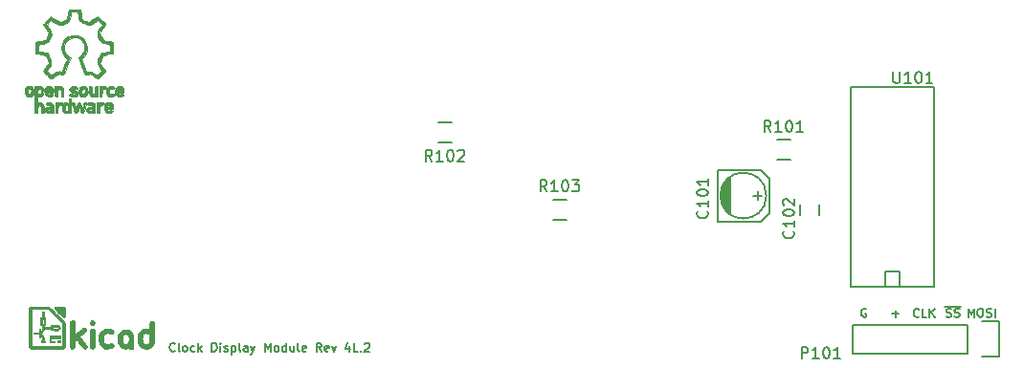
<source format=gto>
G04 #@! TF.FileFunction,Legend,Top*
%FSLAX46Y46*%
G04 Gerber Fmt 4.6, Leading zero omitted, Abs format (unit mm)*
G04 Created by KiCad (PCBNEW (2015-05-26 BZR 5680)-product) date 2015 June 10, Wednesday 08:28:10*
%MOMM*%
G01*
G04 APERTURE LIST*
%ADD10C,0.100000*%
%ADD11C,0.127000*%
%ADD12C,0.150000*%
G04 APERTURE END LIST*
D10*
D11*
X86124143Y-67074143D02*
X86087857Y-67110429D01*
X85979000Y-67146714D01*
X85906429Y-67146714D01*
X85797572Y-67110429D01*
X85725000Y-67037857D01*
X85688715Y-66965286D01*
X85652429Y-66820143D01*
X85652429Y-66711286D01*
X85688715Y-66566143D01*
X85725000Y-66493571D01*
X85797572Y-66421000D01*
X85906429Y-66384714D01*
X85979000Y-66384714D01*
X86087857Y-66421000D01*
X86124143Y-66457286D01*
X86559572Y-67146714D02*
X86487000Y-67110429D01*
X86450715Y-67037857D01*
X86450715Y-66384714D01*
X86958715Y-67146714D02*
X86886143Y-67110429D01*
X86849858Y-67074143D01*
X86813572Y-67001571D01*
X86813572Y-66783857D01*
X86849858Y-66711286D01*
X86886143Y-66675000D01*
X86958715Y-66638714D01*
X87067572Y-66638714D01*
X87140143Y-66675000D01*
X87176429Y-66711286D01*
X87212715Y-66783857D01*
X87212715Y-67001571D01*
X87176429Y-67074143D01*
X87140143Y-67110429D01*
X87067572Y-67146714D01*
X86958715Y-67146714D01*
X87865858Y-67110429D02*
X87793287Y-67146714D01*
X87648144Y-67146714D01*
X87575572Y-67110429D01*
X87539287Y-67074143D01*
X87503001Y-67001571D01*
X87503001Y-66783857D01*
X87539287Y-66711286D01*
X87575572Y-66675000D01*
X87648144Y-66638714D01*
X87793287Y-66638714D01*
X87865858Y-66675000D01*
X88192430Y-67146714D02*
X88192430Y-66384714D01*
X88265001Y-66856429D02*
X88482715Y-67146714D01*
X88482715Y-66638714D02*
X88192430Y-66929000D01*
X89389858Y-67146714D02*
X89389858Y-66384714D01*
X89571286Y-66384714D01*
X89680143Y-66421000D01*
X89752715Y-66493571D01*
X89789000Y-66566143D01*
X89825286Y-66711286D01*
X89825286Y-66820143D01*
X89789000Y-66965286D01*
X89752715Y-67037857D01*
X89680143Y-67110429D01*
X89571286Y-67146714D01*
X89389858Y-67146714D01*
X90151858Y-67146714D02*
X90151858Y-66638714D01*
X90151858Y-66384714D02*
X90115572Y-66421000D01*
X90151858Y-66457286D01*
X90188143Y-66421000D01*
X90151858Y-66384714D01*
X90151858Y-66457286D01*
X90478429Y-67110429D02*
X90551000Y-67146714D01*
X90696143Y-67146714D01*
X90768715Y-67110429D01*
X90805000Y-67037857D01*
X90805000Y-67001571D01*
X90768715Y-66929000D01*
X90696143Y-66892714D01*
X90587286Y-66892714D01*
X90514715Y-66856429D01*
X90478429Y-66783857D01*
X90478429Y-66747571D01*
X90514715Y-66675000D01*
X90587286Y-66638714D01*
X90696143Y-66638714D01*
X90768715Y-66675000D01*
X91131572Y-66638714D02*
X91131572Y-67400714D01*
X91131572Y-66675000D02*
X91204143Y-66638714D01*
X91349286Y-66638714D01*
X91421857Y-66675000D01*
X91458143Y-66711286D01*
X91494429Y-66783857D01*
X91494429Y-67001571D01*
X91458143Y-67074143D01*
X91421857Y-67110429D01*
X91349286Y-67146714D01*
X91204143Y-67146714D01*
X91131572Y-67110429D01*
X91929858Y-67146714D02*
X91857286Y-67110429D01*
X91821001Y-67037857D01*
X91821001Y-66384714D01*
X92546715Y-67146714D02*
X92546715Y-66747571D01*
X92510429Y-66675000D01*
X92437858Y-66638714D01*
X92292715Y-66638714D01*
X92220144Y-66675000D01*
X92546715Y-67110429D02*
X92474144Y-67146714D01*
X92292715Y-67146714D01*
X92220144Y-67110429D01*
X92183858Y-67037857D01*
X92183858Y-66965286D01*
X92220144Y-66892714D01*
X92292715Y-66856429D01*
X92474144Y-66856429D01*
X92546715Y-66820143D01*
X92837001Y-66638714D02*
X93018430Y-67146714D01*
X93199858Y-66638714D02*
X93018430Y-67146714D01*
X92945858Y-67328143D01*
X92909573Y-67364429D01*
X92837001Y-67400714D01*
X94070715Y-67146714D02*
X94070715Y-66384714D01*
X94324715Y-66929000D01*
X94578715Y-66384714D01*
X94578715Y-67146714D01*
X95050429Y-67146714D02*
X94977857Y-67110429D01*
X94941572Y-67074143D01*
X94905286Y-67001571D01*
X94905286Y-66783857D01*
X94941572Y-66711286D01*
X94977857Y-66675000D01*
X95050429Y-66638714D01*
X95159286Y-66638714D01*
X95231857Y-66675000D01*
X95268143Y-66711286D01*
X95304429Y-66783857D01*
X95304429Y-67001571D01*
X95268143Y-67074143D01*
X95231857Y-67110429D01*
X95159286Y-67146714D01*
X95050429Y-67146714D01*
X95957572Y-67146714D02*
X95957572Y-66384714D01*
X95957572Y-67110429D02*
X95885001Y-67146714D01*
X95739858Y-67146714D01*
X95667286Y-67110429D01*
X95631001Y-67074143D01*
X95594715Y-67001571D01*
X95594715Y-66783857D01*
X95631001Y-66711286D01*
X95667286Y-66675000D01*
X95739858Y-66638714D01*
X95885001Y-66638714D01*
X95957572Y-66675000D01*
X96647001Y-66638714D02*
X96647001Y-67146714D01*
X96320430Y-66638714D02*
X96320430Y-67037857D01*
X96356715Y-67110429D01*
X96429287Y-67146714D01*
X96538144Y-67146714D01*
X96610715Y-67110429D01*
X96647001Y-67074143D01*
X97118716Y-67146714D02*
X97046144Y-67110429D01*
X97009859Y-67037857D01*
X97009859Y-66384714D01*
X97699287Y-67110429D02*
X97626716Y-67146714D01*
X97481573Y-67146714D01*
X97409002Y-67110429D01*
X97372716Y-67037857D01*
X97372716Y-66747571D01*
X97409002Y-66675000D01*
X97481573Y-66638714D01*
X97626716Y-66638714D01*
X97699287Y-66675000D01*
X97735573Y-66747571D01*
X97735573Y-66820143D01*
X97372716Y-66892714D01*
X99078144Y-67146714D02*
X98824144Y-66783857D01*
X98642716Y-67146714D02*
X98642716Y-66384714D01*
X98933001Y-66384714D01*
X99005573Y-66421000D01*
X99041858Y-66457286D01*
X99078144Y-66529857D01*
X99078144Y-66638714D01*
X99041858Y-66711286D01*
X99005573Y-66747571D01*
X98933001Y-66783857D01*
X98642716Y-66783857D01*
X99695001Y-67110429D02*
X99622430Y-67146714D01*
X99477287Y-67146714D01*
X99404716Y-67110429D01*
X99368430Y-67037857D01*
X99368430Y-66747571D01*
X99404716Y-66675000D01*
X99477287Y-66638714D01*
X99622430Y-66638714D01*
X99695001Y-66675000D01*
X99731287Y-66747571D01*
X99731287Y-66820143D01*
X99368430Y-66892714D01*
X99985287Y-66638714D02*
X100166716Y-67146714D01*
X100348144Y-66638714D01*
X101545572Y-66638714D02*
X101545572Y-67146714D01*
X101364143Y-66348429D02*
X101182715Y-66892714D01*
X101654429Y-66892714D01*
X102307572Y-67146714D02*
X101944715Y-67146714D01*
X101944715Y-66384714D01*
X102561572Y-67074143D02*
X102597857Y-67110429D01*
X102561572Y-67146714D01*
X102525286Y-67110429D01*
X102561572Y-67074143D01*
X102561572Y-67146714D01*
X102888143Y-66457286D02*
X102924429Y-66421000D01*
X102997000Y-66384714D01*
X103178429Y-66384714D01*
X103251000Y-66421000D01*
X103287286Y-66457286D01*
X103323571Y-66529857D01*
X103323571Y-66602429D01*
X103287286Y-66711286D01*
X102851857Y-67146714D01*
X103323571Y-67146714D01*
X156282572Y-64098714D02*
X156282572Y-63336714D01*
X156536572Y-63881000D01*
X156790572Y-63336714D01*
X156790572Y-64098714D01*
X157298571Y-63336714D02*
X157443714Y-63336714D01*
X157516286Y-63373000D01*
X157588857Y-63445571D01*
X157625143Y-63590714D01*
X157625143Y-63844714D01*
X157588857Y-63989857D01*
X157516286Y-64062429D01*
X157443714Y-64098714D01*
X157298571Y-64098714D01*
X157226000Y-64062429D01*
X157153429Y-63989857D01*
X157117143Y-63844714D01*
X157117143Y-63590714D01*
X157153429Y-63445571D01*
X157226000Y-63373000D01*
X157298571Y-63336714D01*
X157915429Y-64062429D02*
X158024286Y-64098714D01*
X158205715Y-64098714D01*
X158278286Y-64062429D01*
X158314572Y-64026143D01*
X158350857Y-63953571D01*
X158350857Y-63881000D01*
X158314572Y-63808429D01*
X158278286Y-63772143D01*
X158205715Y-63735857D01*
X158060572Y-63699571D01*
X157988000Y-63663286D01*
X157951715Y-63627000D01*
X157915429Y-63554429D01*
X157915429Y-63481857D01*
X157951715Y-63409286D01*
X157988000Y-63373000D01*
X158060572Y-63336714D01*
X158242000Y-63336714D01*
X158350857Y-63373000D01*
X158677429Y-64098714D02*
X158677429Y-63336714D01*
X154359429Y-64062429D02*
X154468286Y-64098714D01*
X154649715Y-64098714D01*
X154722286Y-64062429D01*
X154758572Y-64026143D01*
X154794857Y-63953571D01*
X154794857Y-63881000D01*
X154758572Y-63808429D01*
X154722286Y-63772143D01*
X154649715Y-63735857D01*
X154504572Y-63699571D01*
X154432000Y-63663286D01*
X154395715Y-63627000D01*
X154359429Y-63554429D01*
X154359429Y-63481857D01*
X154395715Y-63409286D01*
X154432000Y-63373000D01*
X154504572Y-63336714D01*
X154686000Y-63336714D01*
X154794857Y-63373000D01*
X155085143Y-64062429D02*
X155194000Y-64098714D01*
X155375429Y-64098714D01*
X155448000Y-64062429D01*
X155484286Y-64026143D01*
X155520571Y-63953571D01*
X155520571Y-63881000D01*
X155484286Y-63808429D01*
X155448000Y-63772143D01*
X155375429Y-63735857D01*
X155230286Y-63699571D01*
X155157714Y-63663286D01*
X155121429Y-63627000D01*
X155085143Y-63554429D01*
X155085143Y-63481857D01*
X155121429Y-63409286D01*
X155157714Y-63373000D01*
X155230286Y-63336714D01*
X155411714Y-63336714D01*
X155520571Y-63373000D01*
X154214286Y-63205360D02*
X155665714Y-63205360D01*
X151946429Y-64026143D02*
X151910143Y-64062429D01*
X151801286Y-64098714D01*
X151728715Y-64098714D01*
X151619858Y-64062429D01*
X151547286Y-63989857D01*
X151511001Y-63917286D01*
X151474715Y-63772143D01*
X151474715Y-63663286D01*
X151511001Y-63518143D01*
X151547286Y-63445571D01*
X151619858Y-63373000D01*
X151728715Y-63336714D01*
X151801286Y-63336714D01*
X151910143Y-63373000D01*
X151946429Y-63409286D01*
X152635858Y-64098714D02*
X152273001Y-64098714D01*
X152273001Y-63336714D01*
X152889858Y-64098714D02*
X152889858Y-63336714D01*
X153325286Y-64098714D02*
X152998715Y-63663286D01*
X153325286Y-63336714D02*
X152889858Y-63772143D01*
X149569715Y-63808429D02*
X150150286Y-63808429D01*
X149860000Y-64098714D02*
X149860000Y-63518143D01*
X147265571Y-63373000D02*
X147193000Y-63336714D01*
X147084143Y-63336714D01*
X146975286Y-63373000D01*
X146902714Y-63445571D01*
X146866429Y-63518143D01*
X146830143Y-63663286D01*
X146830143Y-63772143D01*
X146866429Y-63917286D01*
X146902714Y-63989857D01*
X146975286Y-64062429D01*
X147084143Y-64098714D01*
X147156714Y-64098714D01*
X147265571Y-64062429D01*
X147301857Y-64026143D01*
X147301857Y-63772143D01*
X147156714Y-63772143D01*
D12*
X138049000Y-53340000D02*
X137287000Y-53340000D01*
X137668000Y-52959000D02*
X137668000Y-53721000D01*
X137922000Y-55626000D02*
X134112000Y-55626000D01*
X138684000Y-51816000D02*
X138684000Y-54864000D01*
X137922000Y-55626000D02*
X138684000Y-54864000D01*
X137922000Y-51054000D02*
X134112000Y-51054000D01*
X137922000Y-51054000D02*
X138684000Y-51816000D01*
X134366000Y-53467000D02*
X134366000Y-53213000D01*
X134493000Y-52705000D02*
X134493000Y-53975000D01*
X134620000Y-54229000D02*
X134620000Y-52451000D01*
X134747000Y-54483000D02*
X134747000Y-52197000D01*
X134874000Y-52070000D02*
X134874000Y-54610000D01*
X135001000Y-54737000D02*
X135001000Y-51943000D01*
X135128000Y-51816000D02*
X135128000Y-54864000D01*
X135255000Y-51689000D02*
X135255000Y-54991000D01*
X138430000Y-53340000D02*
G75*
G03X138430000Y-53340000I-2032000J0D01*
G01*
X134112000Y-51054000D02*
X134112000Y-55626000D01*
X143090000Y-55110000D02*
X143090000Y-54110000D01*
X141390000Y-54110000D02*
X141390000Y-55110000D01*
X157480000Y-64490000D02*
X159030000Y-64490000D01*
X159030000Y-64490000D02*
X159030000Y-67590000D01*
X159030000Y-67590000D02*
X157480000Y-67590000D01*
X156210000Y-67310000D02*
X146050000Y-67310000D01*
X146050000Y-67310000D02*
X146050000Y-64770000D01*
X146050000Y-64770000D02*
X156210000Y-64770000D01*
X156210000Y-67310000D02*
X156210000Y-64770000D01*
X140554000Y-50151000D02*
X139354000Y-50151000D01*
X139354000Y-48401000D02*
X140554000Y-48401000D01*
X145910300Y-43726100D02*
X153301700Y-43726100D01*
X145910300Y-61429900D02*
X153301700Y-61429900D01*
X145910300Y-43726100D02*
X145910300Y-61429900D01*
X148971000Y-61341000D02*
X148971000Y-60071000D01*
X148971000Y-60071000D02*
X150241000Y-60071000D01*
X150241000Y-60071000D02*
X150241000Y-61341000D01*
X153301700Y-61429900D02*
X153301700Y-43726100D01*
X109382000Y-46877000D02*
X110582000Y-46877000D01*
X110582000Y-48627000D02*
X109382000Y-48627000D01*
X120742000Y-55485000D02*
X119542000Y-55485000D01*
X119542000Y-53735000D02*
X120742000Y-53735000D01*
D10*
G36*
X82441898Y-66183053D02*
X82440458Y-66373921D01*
X82440334Y-66382623D01*
X82433583Y-66848070D01*
X82374195Y-66899118D01*
X82294251Y-66943807D01*
X82210712Y-66947865D01*
X82130791Y-66911589D01*
X82103485Y-66887908D01*
X82061688Y-66849367D01*
X82042000Y-66841766D01*
X82042000Y-66062792D01*
X82035338Y-65917606D01*
X82014006Y-65806007D01*
X81975985Y-65721181D01*
X81922329Y-65658982D01*
X81835924Y-65608882D01*
X81738728Y-65593518D01*
X81640923Y-65610853D01*
X81552694Y-65658852D01*
X81484224Y-65735479D01*
X81476986Y-65748022D01*
X81454122Y-65816736D01*
X81440320Y-65913279D01*
X81435459Y-66024657D01*
X81439423Y-66137874D01*
X81452092Y-66239938D01*
X81473349Y-66317855D01*
X81482349Y-66336261D01*
X81553342Y-66424490D01*
X81640202Y-66481675D01*
X81734943Y-66505873D01*
X81829581Y-66495136D01*
X81916129Y-66447519D01*
X81921192Y-66443183D01*
X81979978Y-66374541D01*
X82018065Y-66286453D01*
X82037810Y-66171495D01*
X82042000Y-66062792D01*
X82042000Y-66841766D01*
X82030245Y-66837229D01*
X81990456Y-66847107D01*
X81968210Y-66856158D01*
X81907645Y-66872161D01*
X81822773Y-66883109D01*
X81741055Y-66886649D01*
X81642326Y-66882682D01*
X81563340Y-66867629D01*
X81481982Y-66836727D01*
X81458124Y-66825703D01*
X81310772Y-66736487D01*
X81195089Y-66622457D01*
X81110234Y-66482038D01*
X81055366Y-66313654D01*
X81029644Y-66115730D01*
X81027343Y-66018833D01*
X81038511Y-65847444D01*
X81073045Y-65700671D01*
X81134845Y-65565537D01*
X81188959Y-65481353D01*
X81297509Y-65361247D01*
X81425186Y-65274668D01*
X81565947Y-65221105D01*
X81713748Y-65200047D01*
X81862544Y-65210985D01*
X82006291Y-65253407D01*
X82138945Y-65326805D01*
X82254462Y-65430667D01*
X82346798Y-65564482D01*
X82354664Y-65579773D01*
X82383855Y-65646150D01*
X82406321Y-65718103D01*
X82422711Y-65801701D01*
X82433672Y-65903012D01*
X82439852Y-66028106D01*
X82441898Y-66183053D01*
X82441898Y-66183053D01*
X82441898Y-66183053D01*
G37*
X82441898Y-66183053D02*
X82440458Y-66373921D01*
X82440334Y-66382623D01*
X82433583Y-66848070D01*
X82374195Y-66899118D01*
X82294251Y-66943807D01*
X82210712Y-66947865D01*
X82130791Y-66911589D01*
X82103485Y-66887908D01*
X82061688Y-66849367D01*
X82042000Y-66841766D01*
X82042000Y-66062792D01*
X82035338Y-65917606D01*
X82014006Y-65806007D01*
X81975985Y-65721181D01*
X81922329Y-65658982D01*
X81835924Y-65608882D01*
X81738728Y-65593518D01*
X81640923Y-65610853D01*
X81552694Y-65658852D01*
X81484224Y-65735479D01*
X81476986Y-65748022D01*
X81454122Y-65816736D01*
X81440320Y-65913279D01*
X81435459Y-66024657D01*
X81439423Y-66137874D01*
X81452092Y-66239938D01*
X81473349Y-66317855D01*
X81482349Y-66336261D01*
X81553342Y-66424490D01*
X81640202Y-66481675D01*
X81734943Y-66505873D01*
X81829581Y-66495136D01*
X81916129Y-66447519D01*
X81921192Y-66443183D01*
X81979978Y-66374541D01*
X82018065Y-66286453D01*
X82037810Y-66171495D01*
X82042000Y-66062792D01*
X82042000Y-66841766D01*
X82030245Y-66837229D01*
X81990456Y-66847107D01*
X81968210Y-66856158D01*
X81907645Y-66872161D01*
X81822773Y-66883109D01*
X81741055Y-66886649D01*
X81642326Y-66882682D01*
X81563340Y-66867629D01*
X81481982Y-66836727D01*
X81458124Y-66825703D01*
X81310772Y-66736487D01*
X81195089Y-66622457D01*
X81110234Y-66482038D01*
X81055366Y-66313654D01*
X81029644Y-66115730D01*
X81027343Y-66018833D01*
X81038511Y-65847444D01*
X81073045Y-65700671D01*
X81134845Y-65565537D01*
X81188959Y-65481353D01*
X81297509Y-65361247D01*
X81425186Y-65274668D01*
X81565947Y-65221105D01*
X81713748Y-65200047D01*
X81862544Y-65210985D01*
X82006291Y-65253407D01*
X82138945Y-65326805D01*
X82254462Y-65430667D01*
X82346798Y-65564482D01*
X82354664Y-65579773D01*
X82383855Y-65646150D01*
X82406321Y-65718103D01*
X82422711Y-65801701D01*
X82433672Y-65903012D01*
X82439852Y-66028106D01*
X82441898Y-66183053D01*
X82441898Y-66183053D01*
G36*
X78337833Y-66696302D02*
X78320317Y-66761936D01*
X78276097Y-66827875D01*
X78217667Y-66878436D01*
X78179324Y-66895298D01*
X78135954Y-66901501D01*
X78093674Y-66895163D01*
X78048615Y-66872898D01*
X77996908Y-66831318D01*
X77934686Y-66767039D01*
X77858081Y-66676672D01*
X77763225Y-66556832D01*
X77702267Y-66477646D01*
X77618506Y-66369383D01*
X77542455Y-66273418D01*
X77478097Y-66194586D01*
X77429414Y-66137723D01*
X77400387Y-66107667D01*
X77394777Y-66104175D01*
X77367745Y-66117907D01*
X77325732Y-66153310D01*
X77306683Y-66172291D01*
X77279595Y-66201797D01*
X77260990Y-66229237D01*
X77249011Y-66263218D01*
X77241803Y-66312349D01*
X77237509Y-66385235D01*
X77234272Y-66490483D01*
X77233739Y-66510488D01*
X77230311Y-66622405D01*
X77225971Y-66700319D01*
X77219145Y-66752555D01*
X77208257Y-66787438D01*
X77191731Y-66813293D01*
X77172529Y-66833936D01*
X77112636Y-66875484D01*
X77043872Y-66900084D01*
X77043143Y-66900204D01*
X76988476Y-66903095D01*
X76943423Y-66885866D01*
X76896114Y-66848367D01*
X76824417Y-66784305D01*
X76824417Y-65637563D01*
X76824417Y-64490820D01*
X76887917Y-64440015D01*
X76964658Y-64400831D01*
X77048618Y-64392543D01*
X77127651Y-64413228D01*
X77189612Y-64460963D01*
X77208714Y-64490811D01*
X77213689Y-64520772D01*
X77218908Y-64587194D01*
X77224101Y-64684209D01*
X77228999Y-64805948D01*
X77233333Y-64946543D01*
X77236834Y-65100124D01*
X77236950Y-65106296D01*
X77247750Y-65686010D01*
X77601698Y-65366140D01*
X77706796Y-65272683D01*
X77804366Y-65188769D01*
X77889124Y-65118718D01*
X77955788Y-65066848D01*
X77999075Y-65037476D01*
X78009567Y-65032737D01*
X78081527Y-65033128D01*
X78157091Y-65061020D01*
X78216464Y-65108636D01*
X78222260Y-65116293D01*
X78244028Y-65168557D01*
X78253166Y-65232588D01*
X78253167Y-65233014D01*
X78249813Y-65264684D01*
X78237330Y-65297884D01*
X78212087Y-65336725D01*
X78170449Y-65385318D01*
X78108786Y-65447775D01*
X78023464Y-65528207D01*
X77910851Y-65630727D01*
X77866787Y-65670370D01*
X77702657Y-65817750D01*
X78020245Y-66226968D01*
X78127572Y-66366602D01*
X78210050Y-66477193D01*
X78269996Y-66562163D01*
X78309727Y-66624938D01*
X78331560Y-66668941D01*
X78337833Y-66696302D01*
X78337833Y-66696302D01*
X78337833Y-66696302D01*
G37*
X78337833Y-66696302D02*
X78320317Y-66761936D01*
X78276097Y-66827875D01*
X78217667Y-66878436D01*
X78179324Y-66895298D01*
X78135954Y-66901501D01*
X78093674Y-66895163D01*
X78048615Y-66872898D01*
X77996908Y-66831318D01*
X77934686Y-66767039D01*
X77858081Y-66676672D01*
X77763225Y-66556832D01*
X77702267Y-66477646D01*
X77618506Y-66369383D01*
X77542455Y-66273418D01*
X77478097Y-66194586D01*
X77429414Y-66137723D01*
X77400387Y-66107667D01*
X77394777Y-66104175D01*
X77367745Y-66117907D01*
X77325732Y-66153310D01*
X77306683Y-66172291D01*
X77279595Y-66201797D01*
X77260990Y-66229237D01*
X77249011Y-66263218D01*
X77241803Y-66312349D01*
X77237509Y-66385235D01*
X77234272Y-66490483D01*
X77233739Y-66510488D01*
X77230311Y-66622405D01*
X77225971Y-66700319D01*
X77219145Y-66752555D01*
X77208257Y-66787438D01*
X77191731Y-66813293D01*
X77172529Y-66833936D01*
X77112636Y-66875484D01*
X77043872Y-66900084D01*
X77043143Y-66900204D01*
X76988476Y-66903095D01*
X76943423Y-66885866D01*
X76896114Y-66848367D01*
X76824417Y-66784305D01*
X76824417Y-65637563D01*
X76824417Y-64490820D01*
X76887917Y-64440015D01*
X76964658Y-64400831D01*
X77048618Y-64392543D01*
X77127651Y-64413228D01*
X77189612Y-64460963D01*
X77208714Y-64490811D01*
X77213689Y-64520772D01*
X77218908Y-64587194D01*
X77224101Y-64684209D01*
X77228999Y-64805948D01*
X77233333Y-64946543D01*
X77236834Y-65100124D01*
X77236950Y-65106296D01*
X77247750Y-65686010D01*
X77601698Y-65366140D01*
X77706796Y-65272683D01*
X77804366Y-65188769D01*
X77889124Y-65118718D01*
X77955788Y-65066848D01*
X77999075Y-65037476D01*
X78009567Y-65032737D01*
X78081527Y-65033128D01*
X78157091Y-65061020D01*
X78216464Y-65108636D01*
X78222260Y-65116293D01*
X78244028Y-65168557D01*
X78253166Y-65232588D01*
X78253167Y-65233014D01*
X78249813Y-65264684D01*
X78237330Y-65297884D01*
X78212087Y-65336725D01*
X78170449Y-65385318D01*
X78108786Y-65447775D01*
X78023464Y-65528207D01*
X77910851Y-65630727D01*
X77866787Y-65670370D01*
X77702657Y-65817750D01*
X78020245Y-66226968D01*
X78127572Y-66366602D01*
X78210050Y-66477193D01*
X78269996Y-66562163D01*
X78309727Y-66624938D01*
X78331560Y-66668941D01*
X78337833Y-66696302D01*
X78337833Y-66696302D01*
G36*
X79012909Y-65738501D02*
X79011909Y-65928914D01*
X79010900Y-66051904D01*
X79004583Y-66779926D01*
X78951667Y-66832783D01*
X78881735Y-66879763D01*
X78801586Y-66899583D01*
X78729417Y-66888624D01*
X78683581Y-66859277D01*
X78644750Y-66823468D01*
X78633509Y-66809231D01*
X78624397Y-66791133D01*
X78617144Y-66764789D01*
X78611484Y-66725816D01*
X78607148Y-66669828D01*
X78603869Y-66592441D01*
X78601379Y-66489271D01*
X78599409Y-66355933D01*
X78597692Y-66188042D01*
X78596366Y-66031476D01*
X78590316Y-65286511D01*
X78638700Y-65215095D01*
X78704580Y-65145663D01*
X78779798Y-65117233D01*
X78863277Y-65130147D01*
X78881415Y-65137981D01*
X78915595Y-65155741D01*
X78943506Y-65176023D01*
X78965738Y-65202992D01*
X78982880Y-65240813D01*
X78995523Y-65293653D01*
X79004257Y-65365676D01*
X79009673Y-65461048D01*
X79012360Y-65583934D01*
X79012909Y-65738501D01*
X79012909Y-65738501D01*
X79012909Y-65738501D01*
G37*
X79012909Y-65738501D02*
X79011909Y-65928914D01*
X79010900Y-66051904D01*
X79004583Y-66779926D01*
X78951667Y-66832783D01*
X78881735Y-66879763D01*
X78801586Y-66899583D01*
X78729417Y-66888624D01*
X78683581Y-66859277D01*
X78644750Y-66823468D01*
X78633509Y-66809231D01*
X78624397Y-66791133D01*
X78617144Y-66764789D01*
X78611484Y-66725816D01*
X78607148Y-66669828D01*
X78603869Y-66592441D01*
X78601379Y-66489271D01*
X78599409Y-66355933D01*
X78597692Y-66188042D01*
X78596366Y-66031476D01*
X78590316Y-65286511D01*
X78638700Y-65215095D01*
X78704580Y-65145663D01*
X78779798Y-65117233D01*
X78863277Y-65130147D01*
X78881415Y-65137981D01*
X78915595Y-65155741D01*
X78943506Y-65176023D01*
X78965738Y-65202992D01*
X78982880Y-65240813D01*
X78995523Y-65293653D01*
X79004257Y-65365676D01*
X79009673Y-65461048D01*
X79012360Y-65583934D01*
X79012909Y-65738501D01*
X79012909Y-65738501D01*
G36*
X80687333Y-66632577D02*
X80667375Y-66693699D01*
X80612313Y-66751341D01*
X80529365Y-66802951D01*
X80425753Y-66845978D01*
X80308694Y-66877871D01*
X80185408Y-66896079D01*
X80063114Y-66898052D01*
X79970010Y-66886053D01*
X79807708Y-66831410D01*
X79663808Y-66741608D01*
X79544093Y-66621873D01*
X79454344Y-66477425D01*
X79419708Y-66388894D01*
X79372150Y-66175995D01*
X79362006Y-65961987D01*
X79388905Y-65754234D01*
X79452482Y-65560100D01*
X79462235Y-65538752D01*
X79551628Y-65396766D01*
X79670532Y-65280462D01*
X79812534Y-65193127D01*
X79971222Y-65138046D01*
X80140184Y-65118507D01*
X80263500Y-65128114D01*
X80407473Y-65161485D01*
X80523597Y-65209047D01*
X80609405Y-65267865D01*
X80662430Y-65335002D01*
X80680203Y-65407522D01*
X80660258Y-65482489D01*
X80613351Y-65544406D01*
X80559330Y-65582000D01*
X80493516Y-65593277D01*
X80407775Y-65578490D01*
X80332564Y-65553155D01*
X80224319Y-65520137D01*
X80132563Y-65513083D01*
X80041124Y-65531021D01*
X80029033Y-65534932D01*
X79931437Y-65582604D01*
X79859512Y-65653768D01*
X79811258Y-65752277D01*
X79784677Y-65881985D01*
X79777631Y-66019640D01*
X79785701Y-66170483D01*
X79812192Y-66288124D01*
X79859357Y-66378484D01*
X79929449Y-66447485D01*
X79944338Y-66457870D01*
X80031126Y-66493984D01*
X80137909Y-66507059D01*
X80249031Y-66496884D01*
X80348667Y-66463333D01*
X80409943Y-66436838D01*
X80462201Y-66422088D01*
X80473827Y-66421000D01*
X80556805Y-66440228D01*
X80626846Y-66491082D01*
X80673608Y-66563313D01*
X80687333Y-66632577D01*
X80687333Y-66632577D01*
X80687333Y-66632577D01*
G37*
X80687333Y-66632577D02*
X80667375Y-66693699D01*
X80612313Y-66751341D01*
X80529365Y-66802951D01*
X80425753Y-66845978D01*
X80308694Y-66877871D01*
X80185408Y-66896079D01*
X80063114Y-66898052D01*
X79970010Y-66886053D01*
X79807708Y-66831410D01*
X79663808Y-66741608D01*
X79544093Y-66621873D01*
X79454344Y-66477425D01*
X79419708Y-66388894D01*
X79372150Y-66175995D01*
X79362006Y-65961987D01*
X79388905Y-65754234D01*
X79452482Y-65560100D01*
X79462235Y-65538752D01*
X79551628Y-65396766D01*
X79670532Y-65280462D01*
X79812534Y-65193127D01*
X79971222Y-65138046D01*
X80140184Y-65118507D01*
X80263500Y-65128114D01*
X80407473Y-65161485D01*
X80523597Y-65209047D01*
X80609405Y-65267865D01*
X80662430Y-65335002D01*
X80680203Y-65407522D01*
X80660258Y-65482489D01*
X80613351Y-65544406D01*
X80559330Y-65582000D01*
X80493516Y-65593277D01*
X80407775Y-65578490D01*
X80332564Y-65553155D01*
X80224319Y-65520137D01*
X80132563Y-65513083D01*
X80041124Y-65531021D01*
X80029033Y-65534932D01*
X79931437Y-65582604D01*
X79859512Y-65653768D01*
X79811258Y-65752277D01*
X79784677Y-65881985D01*
X79777631Y-66019640D01*
X79785701Y-66170483D01*
X79812192Y-66288124D01*
X79859357Y-66378484D01*
X79929449Y-66447485D01*
X79944338Y-66457870D01*
X80031126Y-66493984D01*
X80137909Y-66507059D01*
X80249031Y-66496884D01*
X80348667Y-66463333D01*
X80409943Y-66436838D01*
X80462201Y-66422088D01*
X80473827Y-66421000D01*
X80556805Y-66440228D01*
X80626846Y-66491082D01*
X80673608Y-66563313D01*
X80687333Y-66632577D01*
X80687333Y-66632577D01*
G36*
X84288202Y-64557612D02*
X84281348Y-65441681D01*
X84279615Y-65658448D01*
X84277932Y-65837221D01*
X84276053Y-65982336D01*
X84273737Y-66098131D01*
X84270738Y-66188943D01*
X84266813Y-66259110D01*
X84261717Y-66312970D01*
X84255208Y-66354859D01*
X84247040Y-66389115D01*
X84236971Y-66420076D01*
X84224755Y-66452078D01*
X84224491Y-66452750D01*
X84163806Y-66582755D01*
X84093618Y-66681882D01*
X84005422Y-66761575D01*
X83983407Y-66777193D01*
X83883500Y-66828286D01*
X83883500Y-65982381D01*
X83883500Y-65697099D01*
X83813430Y-65627029D01*
X83743803Y-65574069D01*
X83663789Y-65535934D01*
X83651309Y-65532173D01*
X83531397Y-65517800D01*
X83426683Y-65541237D01*
X83339546Y-65599944D01*
X83272364Y-65691385D01*
X83227515Y-65813023D01*
X83207378Y-65962321D01*
X83206485Y-66006728D01*
X83220460Y-66164548D01*
X83260035Y-66297353D01*
X83322771Y-66402069D01*
X83406226Y-66475619D01*
X83507961Y-66514929D01*
X83612634Y-66518546D01*
X83685690Y-66499423D01*
X83754039Y-66465065D01*
X83755962Y-66463716D01*
X83803188Y-66423045D01*
X83837565Y-66373676D01*
X83860936Y-66308657D01*
X83875142Y-66221034D01*
X83882026Y-66103855D01*
X83883500Y-65982381D01*
X83883500Y-66828286D01*
X83835508Y-66852830D01*
X83668386Y-66891520D01*
X83484308Y-66892788D01*
X83449583Y-66889009D01*
X83338277Y-66861307D01*
X83217720Y-66809230D01*
X83105307Y-66741297D01*
X83040590Y-66688694D01*
X82997144Y-66637000D01*
X82946751Y-66561406D01*
X82899248Y-66476878D01*
X82892480Y-66463333D01*
X82814696Y-66304583D01*
X82815186Y-66018833D01*
X82816334Y-65895913D01*
X82820089Y-65805189D01*
X82827647Y-65736548D01*
X82840202Y-65679875D01*
X82858951Y-65625057D01*
X82862923Y-65614987D01*
X82945735Y-65461097D01*
X83057011Y-65334455D01*
X83191065Y-65237562D01*
X83342212Y-65172923D01*
X83504767Y-65143040D01*
X83673047Y-65150417D01*
X83825292Y-65191211D01*
X83883500Y-65213452D01*
X83883500Y-64887516D01*
X83883746Y-64763257D01*
X83885185Y-64673817D01*
X83888870Y-64611685D01*
X83895854Y-64569347D01*
X83907189Y-64539291D01*
X83923929Y-64514004D01*
X83938298Y-64496457D01*
X84007150Y-64442977D01*
X84086088Y-64427720D01*
X84166883Y-64450743D01*
X84225062Y-64494472D01*
X84288202Y-64557612D01*
X84288202Y-64557612D01*
X84288202Y-64557612D01*
G37*
X84288202Y-64557612D02*
X84281348Y-65441681D01*
X84279615Y-65658448D01*
X84277932Y-65837221D01*
X84276053Y-65982336D01*
X84273737Y-66098131D01*
X84270738Y-66188943D01*
X84266813Y-66259110D01*
X84261717Y-66312970D01*
X84255208Y-66354859D01*
X84247040Y-66389115D01*
X84236971Y-66420076D01*
X84224755Y-66452078D01*
X84224491Y-66452750D01*
X84163806Y-66582755D01*
X84093618Y-66681882D01*
X84005422Y-66761575D01*
X83983407Y-66777193D01*
X83883500Y-66828286D01*
X83883500Y-65982381D01*
X83883500Y-65697099D01*
X83813430Y-65627029D01*
X83743803Y-65574069D01*
X83663789Y-65535934D01*
X83651309Y-65532173D01*
X83531397Y-65517800D01*
X83426683Y-65541237D01*
X83339546Y-65599944D01*
X83272364Y-65691385D01*
X83227515Y-65813023D01*
X83207378Y-65962321D01*
X83206485Y-66006728D01*
X83220460Y-66164548D01*
X83260035Y-66297353D01*
X83322771Y-66402069D01*
X83406226Y-66475619D01*
X83507961Y-66514929D01*
X83612634Y-66518546D01*
X83685690Y-66499423D01*
X83754039Y-66465065D01*
X83755962Y-66463716D01*
X83803188Y-66423045D01*
X83837565Y-66373676D01*
X83860936Y-66308657D01*
X83875142Y-66221034D01*
X83882026Y-66103855D01*
X83883500Y-65982381D01*
X83883500Y-66828286D01*
X83835508Y-66852830D01*
X83668386Y-66891520D01*
X83484308Y-66892788D01*
X83449583Y-66889009D01*
X83338277Y-66861307D01*
X83217720Y-66809230D01*
X83105307Y-66741297D01*
X83040590Y-66688694D01*
X82997144Y-66637000D01*
X82946751Y-66561406D01*
X82899248Y-66476878D01*
X82892480Y-66463333D01*
X82814696Y-66304583D01*
X82815186Y-66018833D01*
X82816334Y-65895913D01*
X82820089Y-65805189D01*
X82827647Y-65736548D01*
X82840202Y-65679875D01*
X82858951Y-65625057D01*
X82862923Y-65614987D01*
X82945735Y-65461097D01*
X83057011Y-65334455D01*
X83191065Y-65237562D01*
X83342212Y-65172923D01*
X83504767Y-65143040D01*
X83673047Y-65150417D01*
X83825292Y-65191211D01*
X83883500Y-65213452D01*
X83883500Y-64887516D01*
X83883746Y-64763257D01*
X83885185Y-64673817D01*
X83888870Y-64611685D01*
X83895854Y-64569347D01*
X83907189Y-64539291D01*
X83923929Y-64514004D01*
X83938298Y-64496457D01*
X84007150Y-64442977D01*
X84086088Y-64427720D01*
X84166883Y-64450743D01*
X84225062Y-64494472D01*
X84288202Y-64557612D01*
X84288202Y-64557612D01*
G36*
X76369342Y-65360873D02*
X76369337Y-65600676D01*
X76369333Y-65660065D01*
X76369333Y-66742733D01*
X76297367Y-66814699D01*
X76225400Y-66886666D01*
X76136500Y-66886666D01*
X76136500Y-66653833D01*
X76136500Y-65631373D01*
X76136500Y-64608913D01*
X75697292Y-64174230D01*
X75574224Y-64052643D01*
X75451012Y-63931300D01*
X75333704Y-63816129D01*
X75228347Y-63713059D01*
X75140992Y-63628017D01*
X75078167Y-63567394D01*
X74898250Y-63395240D01*
X74152125Y-63394703D01*
X73406000Y-63394166D01*
X73406000Y-65024000D01*
X73406000Y-66653833D01*
X74771250Y-66653833D01*
X76136500Y-66653833D01*
X76136500Y-66886666D01*
X74773700Y-66886666D01*
X73322001Y-66886666D01*
X73252875Y-66824902D01*
X73183750Y-66763139D01*
X73183750Y-65060690D01*
X73183851Y-64744281D01*
X73184184Y-64467595D01*
X73184793Y-64228023D01*
X73185721Y-64022955D01*
X73187013Y-63849781D01*
X73188712Y-63705891D01*
X73190861Y-63588676D01*
X73193506Y-63495527D01*
X73196689Y-63423833D01*
X73200455Y-63370985D01*
X73204847Y-63334373D01*
X73209909Y-63311388D01*
X73213272Y-63303078D01*
X73231011Y-63272892D01*
X73251550Y-63248212D01*
X73279045Y-63228502D01*
X73317654Y-63213227D01*
X73371534Y-63201849D01*
X73444842Y-63193834D01*
X73541734Y-63188644D01*
X73666368Y-63185745D01*
X73822900Y-63184599D01*
X74015488Y-63184671D01*
X74128865Y-63185004D01*
X74305072Y-63185959D01*
X74469712Y-63187547D01*
X74617525Y-63189665D01*
X74743252Y-63192210D01*
X74841634Y-63195077D01*
X74907412Y-63198163D01*
X74933753Y-63200879D01*
X74950227Y-63205484D01*
X74967784Y-63213048D01*
X74989292Y-63226146D01*
X75017621Y-63247353D01*
X75055640Y-63279244D01*
X75106217Y-63324395D01*
X75172220Y-63385381D01*
X75256520Y-63464776D01*
X75361984Y-63565157D01*
X75491481Y-63689099D01*
X75647881Y-63839176D01*
X75692000Y-63881541D01*
X75813165Y-63997707D01*
X75927605Y-64107066D01*
X76030909Y-64205429D01*
X76118663Y-64288607D01*
X76186455Y-64352411D01*
X76229873Y-64392652D01*
X76239169Y-64400988D01*
X76267453Y-64425576D01*
X76291316Y-64448143D01*
X76311133Y-64472317D01*
X76327281Y-64501727D01*
X76340133Y-64540000D01*
X76350065Y-64590765D01*
X76357452Y-64657650D01*
X76362669Y-64744284D01*
X76366092Y-64854295D01*
X76368095Y-64991311D01*
X76369053Y-65158961D01*
X76369342Y-65360873D01*
X76369342Y-65360873D01*
X76369342Y-65360873D01*
G37*
X76369342Y-65360873D02*
X76369337Y-65600676D01*
X76369333Y-65660065D01*
X76369333Y-66742733D01*
X76297367Y-66814699D01*
X76225400Y-66886666D01*
X76136500Y-66886666D01*
X76136500Y-66653833D01*
X76136500Y-65631373D01*
X76136500Y-64608913D01*
X75697292Y-64174230D01*
X75574224Y-64052643D01*
X75451012Y-63931300D01*
X75333704Y-63816129D01*
X75228347Y-63713059D01*
X75140992Y-63628017D01*
X75078167Y-63567394D01*
X74898250Y-63395240D01*
X74152125Y-63394703D01*
X73406000Y-63394166D01*
X73406000Y-65024000D01*
X73406000Y-66653833D01*
X74771250Y-66653833D01*
X76136500Y-66653833D01*
X76136500Y-66886666D01*
X74773700Y-66886666D01*
X73322001Y-66886666D01*
X73252875Y-66824902D01*
X73183750Y-66763139D01*
X73183750Y-65060690D01*
X73183851Y-64744281D01*
X73184184Y-64467595D01*
X73184793Y-64228023D01*
X73185721Y-64022955D01*
X73187013Y-63849781D01*
X73188712Y-63705891D01*
X73190861Y-63588676D01*
X73193506Y-63495527D01*
X73196689Y-63423833D01*
X73200455Y-63370985D01*
X73204847Y-63334373D01*
X73209909Y-63311388D01*
X73213272Y-63303078D01*
X73231011Y-63272892D01*
X73251550Y-63248212D01*
X73279045Y-63228502D01*
X73317654Y-63213227D01*
X73371534Y-63201849D01*
X73444842Y-63193834D01*
X73541734Y-63188644D01*
X73666368Y-63185745D01*
X73822900Y-63184599D01*
X74015488Y-63184671D01*
X74128865Y-63185004D01*
X74305072Y-63185959D01*
X74469712Y-63187547D01*
X74617525Y-63189665D01*
X74743252Y-63192210D01*
X74841634Y-63195077D01*
X74907412Y-63198163D01*
X74933753Y-63200879D01*
X74950227Y-63205484D01*
X74967784Y-63213048D01*
X74989292Y-63226146D01*
X75017621Y-63247353D01*
X75055640Y-63279244D01*
X75106217Y-63324395D01*
X75172220Y-63385381D01*
X75256520Y-63464776D01*
X75361984Y-63565157D01*
X75491481Y-63689099D01*
X75647881Y-63839176D01*
X75692000Y-63881541D01*
X75813165Y-63997707D01*
X75927605Y-64107066D01*
X76030909Y-64205429D01*
X76118663Y-64288607D01*
X76186455Y-64352411D01*
X76229873Y-64392652D01*
X76239169Y-64400988D01*
X76267453Y-64425576D01*
X76291316Y-64448143D01*
X76311133Y-64472317D01*
X76327281Y-64501727D01*
X76340133Y-64540000D01*
X76350065Y-64590765D01*
X76357452Y-64657650D01*
X76362669Y-64744284D01*
X76366092Y-64854295D01*
X76368095Y-64991311D01*
X76369053Y-65158961D01*
X76369342Y-65360873D01*
X76369342Y-65360873D01*
G36*
X79001117Y-64556876D02*
X79001070Y-64642914D01*
X78971389Y-64722634D01*
X78919077Y-64779186D01*
X78840059Y-64808204D01*
X78752482Y-64805934D01*
X78674934Y-64773130D01*
X78669558Y-64769082D01*
X78616840Y-64704629D01*
X78597232Y-64628338D01*
X78607193Y-64549560D01*
X78643184Y-64477645D01*
X78701665Y-64421943D01*
X78779095Y-64391805D01*
X78813455Y-64389000D01*
X78874299Y-64406799D01*
X78935539Y-64451815D01*
X78983119Y-64511474D01*
X79001117Y-64556876D01*
X79001117Y-64556876D01*
X79001117Y-64556876D01*
G37*
X79001117Y-64556876D02*
X79001070Y-64642914D01*
X78971389Y-64722634D01*
X78919077Y-64779186D01*
X78840059Y-64808204D01*
X78752482Y-64805934D01*
X78674934Y-64773130D01*
X78669558Y-64769082D01*
X78616840Y-64704629D01*
X78597232Y-64628338D01*
X78607193Y-64549560D01*
X78643184Y-64477645D01*
X78701665Y-64421943D01*
X78779095Y-64391805D01*
X78813455Y-64389000D01*
X78874299Y-64406799D01*
X78935539Y-64451815D01*
X78983119Y-64511474D01*
X79001117Y-64556876D01*
X79001117Y-64556876D01*
G36*
X76369333Y-63662050D02*
X76369057Y-63799365D01*
X76367827Y-63900376D01*
X76365040Y-63971112D01*
X76360090Y-64017603D01*
X76352374Y-64045877D01*
X76341288Y-64061962D01*
X76328391Y-64070755D01*
X76294955Y-64085803D01*
X76262676Y-64091042D01*
X76227184Y-64083573D01*
X76184105Y-64060492D01*
X76129068Y-64018898D01*
X76057699Y-63955891D01*
X75965627Y-63868568D01*
X75848478Y-63754028D01*
X75843076Y-63748708D01*
X75742088Y-63649355D01*
X75650115Y-63559072D01*
X75571804Y-63482406D01*
X75511805Y-63423905D01*
X75474766Y-63388114D01*
X75465917Y-63379803D01*
X75441197Y-63334061D01*
X75439498Y-63275521D01*
X75459127Y-63223569D01*
X75481367Y-63203113D01*
X75522618Y-63193837D01*
X75604679Y-63187859D01*
X75726151Y-63185232D01*
X75885637Y-63186009D01*
X75917030Y-63186493D01*
X76055972Y-63189145D01*
X76158677Y-63192215D01*
X76231240Y-63196390D01*
X76279756Y-63202359D01*
X76310319Y-63210810D01*
X76329026Y-63222432D01*
X76339329Y-63234170D01*
X76350649Y-63259414D01*
X76358920Y-63303226D01*
X76364519Y-63371015D01*
X76367828Y-63468191D01*
X76369225Y-63600165D01*
X76369333Y-63662050D01*
X76369333Y-63662050D01*
X76369333Y-63662050D01*
G37*
X76369333Y-63662050D02*
X76369057Y-63799365D01*
X76367827Y-63900376D01*
X76365040Y-63971112D01*
X76360090Y-64017603D01*
X76352374Y-64045877D01*
X76341288Y-64061962D01*
X76328391Y-64070755D01*
X76294955Y-64085803D01*
X76262676Y-64091042D01*
X76227184Y-64083573D01*
X76184105Y-64060492D01*
X76129068Y-64018898D01*
X76057699Y-63955891D01*
X75965627Y-63868568D01*
X75848478Y-63754028D01*
X75843076Y-63748708D01*
X75742088Y-63649355D01*
X75650115Y-63559072D01*
X75571804Y-63482406D01*
X75511805Y-63423905D01*
X75474766Y-63388114D01*
X75465917Y-63379803D01*
X75441197Y-63334061D01*
X75439498Y-63275521D01*
X75459127Y-63223569D01*
X75481367Y-63203113D01*
X75522618Y-63193837D01*
X75604679Y-63187859D01*
X75726151Y-63185232D01*
X75885637Y-63186009D01*
X75917030Y-63186493D01*
X76055972Y-63189145D01*
X76158677Y-63192215D01*
X76231240Y-63196390D01*
X76279756Y-63202359D01*
X76310319Y-63210810D01*
X76329026Y-63222432D01*
X76339329Y-63234170D01*
X76350649Y-63259414D01*
X76358920Y-63303226D01*
X76364519Y-63371015D01*
X76367828Y-63468191D01*
X76369225Y-63600165D01*
X76369333Y-63662050D01*
X76369333Y-63662050D01*
G36*
X75988333Y-65807166D02*
X75986699Y-65821392D01*
X75978204Y-65832014D01*
X75957459Y-65839557D01*
X75919076Y-65844548D01*
X75857667Y-65847511D01*
X75767842Y-65848972D01*
X75644214Y-65849458D01*
X75554417Y-65849500D01*
X75120500Y-65849500D01*
X75120500Y-66103500D01*
X75120084Y-66210720D01*
X75118059Y-66282625D01*
X75113254Y-66326229D01*
X75104501Y-66348548D01*
X75090629Y-66356597D01*
X75078167Y-66357500D01*
X75061415Y-66355301D01*
X75049781Y-66344369D01*
X75042335Y-66318198D01*
X75038150Y-66270282D01*
X75036294Y-66194115D01*
X75035838Y-66083192D01*
X75035833Y-66061166D01*
X75035833Y-65764833D01*
X75512083Y-65764833D01*
X75665757Y-65764968D01*
X75782242Y-65765680D01*
X75866685Y-65767424D01*
X75924230Y-65770659D01*
X75960022Y-65775842D01*
X75979206Y-65783431D01*
X75986928Y-65793881D01*
X75988333Y-65807166D01*
X75988333Y-65807166D01*
X75988333Y-65807166D01*
G37*
X75988333Y-65807166D02*
X75986699Y-65821392D01*
X75978204Y-65832014D01*
X75957459Y-65839557D01*
X75919076Y-65844548D01*
X75857667Y-65847511D01*
X75767842Y-65848972D01*
X75644214Y-65849458D01*
X75554417Y-65849500D01*
X75120500Y-65849500D01*
X75120500Y-66103500D01*
X75120084Y-66210720D01*
X75118059Y-66282625D01*
X75113254Y-66326229D01*
X75104501Y-66348548D01*
X75090629Y-66356597D01*
X75078167Y-66357500D01*
X75061415Y-66355301D01*
X75049781Y-66344369D01*
X75042335Y-66318198D01*
X75038150Y-66270282D01*
X75036294Y-66194115D01*
X75035838Y-66083192D01*
X75035833Y-66061166D01*
X75035833Y-65764833D01*
X75512083Y-65764833D01*
X75665757Y-65764968D01*
X75782242Y-65765680D01*
X75866685Y-65767424D01*
X75924230Y-65770659D01*
X75960022Y-65775842D01*
X75979206Y-65783431D01*
X75986928Y-65793881D01*
X75988333Y-65807166D01*
X75988333Y-65807166D01*
G36*
X76009557Y-65057139D02*
X75897738Y-65167569D01*
X75838919Y-65224155D01*
X75796043Y-65257104D01*
X75793823Y-65257957D01*
X75793823Y-65065556D01*
X75786768Y-65032407D01*
X75784525Y-65028722D01*
X75767511Y-65012158D01*
X75736016Y-65000772D01*
X75682402Y-64993312D01*
X75599034Y-64988525D01*
X75525701Y-64986265D01*
X75289833Y-64980280D01*
X75289833Y-65055056D01*
X75289833Y-65129833D01*
X75506792Y-65129160D01*
X75620282Y-65126689D01*
X75698339Y-65119547D01*
X75747687Y-65106893D01*
X75765616Y-65096840D01*
X75793823Y-65065556D01*
X75793823Y-65257957D01*
X75755210Y-65272805D01*
X75702522Y-65277647D01*
X75657544Y-65278000D01*
X75574591Y-65276384D01*
X75469123Y-65272096D01*
X75360814Y-65265977D01*
X75335418Y-65264247D01*
X75141667Y-65250494D01*
X75141667Y-65189612D01*
X75141667Y-65128730D01*
X74818875Y-65134573D01*
X74496083Y-65140416D01*
X74495366Y-65209263D01*
X74488679Y-65251565D01*
X74465610Y-65295928D01*
X74420260Y-65351492D01*
X74369029Y-65405054D01*
X74243408Y-65532000D01*
X74367904Y-65657808D01*
X74426034Y-65718106D01*
X74464473Y-65766462D01*
X74487421Y-65814394D01*
X74499080Y-65873418D01*
X74503652Y-65955052D01*
X74504903Y-66033367D01*
X74506667Y-66185484D01*
X74575458Y-66192117D01*
X74623131Y-66201662D01*
X74641629Y-66226366D01*
X74644250Y-66262250D01*
X74644250Y-66325750D01*
X74448458Y-66331835D01*
X74252667Y-66337921D01*
X74252667Y-66263044D01*
X74256111Y-66212922D01*
X74273671Y-66192224D01*
X74316167Y-66188166D01*
X74379667Y-66188166D01*
X74379667Y-66022793D01*
X74378474Y-65937664D01*
X74372734Y-65882704D01*
X74359202Y-65845765D01*
X74334634Y-65814704D01*
X74320300Y-65800543D01*
X74271749Y-65757972D01*
X74244808Y-65748629D01*
X74233440Y-65773684D01*
X74231500Y-65817750D01*
X74227931Y-65867541D01*
X74210009Y-65887962D01*
X74168927Y-65891833D01*
X74106354Y-65891833D01*
X74100135Y-65738375D01*
X74093917Y-65584916D01*
X73845208Y-65578953D01*
X73596500Y-65572989D01*
X73596500Y-65510161D01*
X73596500Y-65447333D01*
X73850500Y-65447333D01*
X74104500Y-65447333D01*
X74104500Y-65299166D01*
X74104500Y-65151000D01*
X74168000Y-65151000D01*
X74208717Y-65154343D01*
X74226817Y-65172461D01*
X74231400Y-65217486D01*
X74231500Y-65235666D01*
X74235974Y-65296136D01*
X74252124Y-65316759D01*
X74284036Y-65299337D01*
X74312477Y-65271344D01*
X74334154Y-65243640D01*
X74347784Y-65209889D01*
X74355169Y-65160139D01*
X74358114Y-65084438D01*
X74358500Y-65017344D01*
X74358500Y-64812333D01*
X74295000Y-64812333D01*
X74231500Y-64812333D01*
X74231500Y-64473666D01*
X74231500Y-64135000D01*
X74292644Y-64135000D01*
X74334896Y-64129317D01*
X74356657Y-64104006D01*
X74367968Y-64059414D01*
X74373930Y-64003692D01*
X74377556Y-63920535D01*
X74378305Y-63824801D01*
X74377755Y-63789539D01*
X74373361Y-63595250D01*
X74440014Y-63588617D01*
X74506667Y-63581984D01*
X74506667Y-63858492D01*
X74506667Y-64135000D01*
X74570167Y-64135000D01*
X74633667Y-64135000D01*
X74633667Y-64472325D01*
X74633667Y-64809651D01*
X74564875Y-64816283D01*
X74521314Y-64823924D01*
X74506667Y-64837912D01*
X74506667Y-64685333D01*
X74506667Y-64473666D01*
X74506667Y-64262000D01*
X74443167Y-64262000D01*
X74379667Y-64262000D01*
X74379667Y-64473666D01*
X74379667Y-64685333D01*
X74443167Y-64685333D01*
X74506667Y-64685333D01*
X74506667Y-64837912D01*
X74500145Y-64844141D01*
X74491438Y-64889668D01*
X74489574Y-64912875D01*
X74483066Y-65002833D01*
X74812366Y-65002833D01*
X75141667Y-65002833D01*
X75141667Y-64918166D01*
X75141667Y-64833500D01*
X75465181Y-64833500D01*
X75788696Y-64833500D01*
X75899127Y-64945319D01*
X76009557Y-65057139D01*
X76009557Y-65057139D01*
X76009557Y-65057139D01*
G37*
X76009557Y-65057139D02*
X75897738Y-65167569D01*
X75838919Y-65224155D01*
X75796043Y-65257104D01*
X75793823Y-65257957D01*
X75793823Y-65065556D01*
X75786768Y-65032407D01*
X75784525Y-65028722D01*
X75767511Y-65012158D01*
X75736016Y-65000772D01*
X75682402Y-64993312D01*
X75599034Y-64988525D01*
X75525701Y-64986265D01*
X75289833Y-64980280D01*
X75289833Y-65055056D01*
X75289833Y-65129833D01*
X75506792Y-65129160D01*
X75620282Y-65126689D01*
X75698339Y-65119547D01*
X75747687Y-65106893D01*
X75765616Y-65096840D01*
X75793823Y-65065556D01*
X75793823Y-65257957D01*
X75755210Y-65272805D01*
X75702522Y-65277647D01*
X75657544Y-65278000D01*
X75574591Y-65276384D01*
X75469123Y-65272096D01*
X75360814Y-65265977D01*
X75335418Y-65264247D01*
X75141667Y-65250494D01*
X75141667Y-65189612D01*
X75141667Y-65128730D01*
X74818875Y-65134573D01*
X74496083Y-65140416D01*
X74495366Y-65209263D01*
X74488679Y-65251565D01*
X74465610Y-65295928D01*
X74420260Y-65351492D01*
X74369029Y-65405054D01*
X74243408Y-65532000D01*
X74367904Y-65657808D01*
X74426034Y-65718106D01*
X74464473Y-65766462D01*
X74487421Y-65814394D01*
X74499080Y-65873418D01*
X74503652Y-65955052D01*
X74504903Y-66033367D01*
X74506667Y-66185484D01*
X74575458Y-66192117D01*
X74623131Y-66201662D01*
X74641629Y-66226366D01*
X74644250Y-66262250D01*
X74644250Y-66325750D01*
X74448458Y-66331835D01*
X74252667Y-66337921D01*
X74252667Y-66263044D01*
X74256111Y-66212922D01*
X74273671Y-66192224D01*
X74316167Y-66188166D01*
X74379667Y-66188166D01*
X74379667Y-66022793D01*
X74378474Y-65937664D01*
X74372734Y-65882704D01*
X74359202Y-65845765D01*
X74334634Y-65814704D01*
X74320300Y-65800543D01*
X74271749Y-65757972D01*
X74244808Y-65748629D01*
X74233440Y-65773684D01*
X74231500Y-65817750D01*
X74227931Y-65867541D01*
X74210009Y-65887962D01*
X74168927Y-65891833D01*
X74106354Y-65891833D01*
X74100135Y-65738375D01*
X74093917Y-65584916D01*
X73845208Y-65578953D01*
X73596500Y-65572989D01*
X73596500Y-65510161D01*
X73596500Y-65447333D01*
X73850500Y-65447333D01*
X74104500Y-65447333D01*
X74104500Y-65299166D01*
X74104500Y-65151000D01*
X74168000Y-65151000D01*
X74208717Y-65154343D01*
X74226817Y-65172461D01*
X74231400Y-65217486D01*
X74231500Y-65235666D01*
X74235974Y-65296136D01*
X74252124Y-65316759D01*
X74284036Y-65299337D01*
X74312477Y-65271344D01*
X74334154Y-65243640D01*
X74347784Y-65209889D01*
X74355169Y-65160139D01*
X74358114Y-65084438D01*
X74358500Y-65017344D01*
X74358500Y-64812333D01*
X74295000Y-64812333D01*
X74231500Y-64812333D01*
X74231500Y-64473666D01*
X74231500Y-64135000D01*
X74292644Y-64135000D01*
X74334896Y-64129317D01*
X74356657Y-64104006D01*
X74367968Y-64059414D01*
X74373930Y-64003692D01*
X74377556Y-63920535D01*
X74378305Y-63824801D01*
X74377755Y-63789539D01*
X74373361Y-63595250D01*
X74440014Y-63588617D01*
X74506667Y-63581984D01*
X74506667Y-63858492D01*
X74506667Y-64135000D01*
X74570167Y-64135000D01*
X74633667Y-64135000D01*
X74633667Y-64472325D01*
X74633667Y-64809651D01*
X74564875Y-64816283D01*
X74521314Y-64823924D01*
X74506667Y-64837912D01*
X74506667Y-64685333D01*
X74506667Y-64473666D01*
X74506667Y-64262000D01*
X74443167Y-64262000D01*
X74379667Y-64262000D01*
X74379667Y-64473666D01*
X74379667Y-64685333D01*
X74443167Y-64685333D01*
X74506667Y-64685333D01*
X74506667Y-64837912D01*
X74500145Y-64844141D01*
X74491438Y-64889668D01*
X74489574Y-64912875D01*
X74483066Y-65002833D01*
X74812366Y-65002833D01*
X75141667Y-65002833D01*
X75141667Y-64918166D01*
X75141667Y-64833500D01*
X75465181Y-64833500D01*
X75788696Y-64833500D01*
X75899127Y-64945319D01*
X76009557Y-65057139D01*
X76009557Y-65057139D01*
G36*
X75967167Y-66336333D02*
X75840167Y-66336333D01*
X75713167Y-66336333D01*
X75713167Y-66262250D01*
X75713167Y-66188166D01*
X75840167Y-66188166D01*
X75967167Y-66188166D01*
X75967167Y-66262250D01*
X75967167Y-66336333D01*
X75967167Y-66336333D01*
X75967167Y-66336333D01*
G37*
X75967167Y-66336333D02*
X75840167Y-66336333D01*
X75713167Y-66336333D01*
X75713167Y-66262250D01*
X75713167Y-66188166D01*
X75840167Y-66188166D01*
X75967167Y-66188166D01*
X75967167Y-66262250D01*
X75967167Y-66336333D01*
X75967167Y-66336333D01*
G36*
X75438000Y-66262250D02*
X75435587Y-66290695D01*
X75421974Y-66306539D01*
X75387595Y-66313460D01*
X75322887Y-66315136D01*
X75300417Y-66315166D01*
X75226458Y-66314238D01*
X75185263Y-66309002D01*
X75167270Y-66295780D01*
X75162913Y-66270892D01*
X75162833Y-66262250D01*
X75165246Y-66233804D01*
X75178859Y-66217960D01*
X75213238Y-66211039D01*
X75277946Y-66209363D01*
X75300417Y-66209333D01*
X75374375Y-66210261D01*
X75415570Y-66215497D01*
X75433563Y-66228719D01*
X75437920Y-66253607D01*
X75438000Y-66262250D01*
X75438000Y-66262250D01*
X75438000Y-66262250D01*
G37*
X75438000Y-66262250D02*
X75435587Y-66290695D01*
X75421974Y-66306539D01*
X75387595Y-66313460D01*
X75322887Y-66315136D01*
X75300417Y-66315166D01*
X75226458Y-66314238D01*
X75185263Y-66309002D01*
X75167270Y-66295780D01*
X75162913Y-66270892D01*
X75162833Y-66262250D01*
X75165246Y-66233804D01*
X75178859Y-66217960D01*
X75213238Y-66211039D01*
X75277946Y-66209363D01*
X75300417Y-66209333D01*
X75374375Y-66210261D01*
X75415570Y-66215497D01*
X75433563Y-66228719D01*
X75437920Y-66253607D01*
X75438000Y-66262250D01*
X75438000Y-66262250D01*
G36*
X75438000Y-65965916D02*
X75435311Y-65995243D01*
X75420617Y-66011077D01*
X75383977Y-66017559D01*
X75315451Y-66018832D01*
X75311000Y-66018833D01*
X75240615Y-66017712D01*
X75202614Y-66011590D01*
X75187057Y-65996323D01*
X75184003Y-65967771D01*
X75184000Y-65965916D01*
X75186689Y-65936589D01*
X75201383Y-65920755D01*
X75238023Y-65914273D01*
X75306548Y-65913001D01*
X75311000Y-65913000D01*
X75381385Y-65914120D01*
X75419386Y-65920242D01*
X75434943Y-65935509D01*
X75437997Y-65964061D01*
X75438000Y-65965916D01*
X75438000Y-65965916D01*
X75438000Y-65965916D01*
G37*
X75438000Y-65965916D02*
X75435311Y-65995243D01*
X75420617Y-66011077D01*
X75383977Y-66017559D01*
X75315451Y-66018832D01*
X75311000Y-66018833D01*
X75240615Y-66017712D01*
X75202614Y-66011590D01*
X75187057Y-65996323D01*
X75184003Y-65967771D01*
X75184000Y-65965916D01*
X75186689Y-65936589D01*
X75201383Y-65920755D01*
X75238023Y-65914273D01*
X75306548Y-65913001D01*
X75311000Y-65913000D01*
X75381385Y-65914120D01*
X75419386Y-65920242D01*
X75434943Y-65935509D01*
X75437997Y-65964061D01*
X75438000Y-65965916D01*
X75438000Y-65965916D01*
G36*
X75964609Y-65993684D02*
X75955411Y-66007676D01*
X75927942Y-66015192D01*
X75874393Y-66018242D01*
X75786955Y-66018832D01*
X75778139Y-66018833D01*
X75687543Y-66018438D01*
X75631165Y-66015738D01*
X75600889Y-66008462D01*
X75588599Y-65994337D01*
X75586180Y-65971092D01*
X75586167Y-65965092D01*
X75586167Y-65911351D01*
X75771375Y-65917467D01*
X75860448Y-65921141D01*
X75915728Y-65926570D01*
X75945749Y-65936143D01*
X75959047Y-65952250D01*
X75963347Y-65971208D01*
X75964609Y-65993684D01*
X75964609Y-65993684D01*
X75964609Y-65993684D01*
G37*
X75964609Y-65993684D02*
X75955411Y-66007676D01*
X75927942Y-66015192D01*
X75874393Y-66018242D01*
X75786955Y-66018832D01*
X75778139Y-66018833D01*
X75687543Y-66018438D01*
X75631165Y-66015738D01*
X75600889Y-66008462D01*
X75588599Y-65994337D01*
X75586180Y-65971092D01*
X75586167Y-65965092D01*
X75586167Y-65911351D01*
X75771375Y-65917467D01*
X75860448Y-65921141D01*
X75915728Y-65926570D01*
X75945749Y-65936143D01*
X75959047Y-65952250D01*
X75963347Y-65971208D01*
X75964609Y-65993684D01*
X75964609Y-65993684D01*
G36*
X74523838Y-45833635D02*
X74521246Y-45948740D01*
X74501329Y-46004826D01*
X74458007Y-46023116D01*
X74404473Y-46024800D01*
X74335214Y-46019026D01*
X74294813Y-45986698D01*
X74273735Y-45905304D01*
X74262442Y-45752332D01*
X74259221Y-45681900D01*
X74248967Y-45500133D01*
X74232043Y-45397441D01*
X74199133Y-45351333D01*
X74140922Y-45339318D01*
X74117200Y-45339000D01*
X74049607Y-45345185D01*
X74010104Y-45378734D01*
X73989373Y-45462138D01*
X73978101Y-45617887D01*
X73975178Y-45681900D01*
X73964849Y-45863730D01*
X73947810Y-45966461D01*
X73914905Y-46012566D01*
X73856979Y-46024514D01*
X73835478Y-46024800D01*
X73710800Y-46024800D01*
X73710800Y-44835107D01*
X73710800Y-43645414D01*
X74009553Y-43643986D01*
X74235778Y-43654621D01*
X74379793Y-43699782D01*
X74459279Y-43795433D01*
X74491919Y-43957537D01*
X74496325Y-44083474D01*
X74474728Y-44335015D01*
X74404271Y-44500096D01*
X74281919Y-44582936D01*
X74244200Y-44585049D01*
X74244200Y-44119800D01*
X74237268Y-43988881D01*
X74204571Y-43930693D01*
X74128259Y-43916672D01*
X74117200Y-43916600D01*
X74020696Y-43938039D01*
X73979375Y-44021934D01*
X73973711Y-44060591D01*
X73975094Y-44234543D01*
X74030537Y-44325302D01*
X74129672Y-44339262D01*
X74204707Y-44312684D01*
X74237616Y-44241665D01*
X74244200Y-44119800D01*
X74244200Y-44585049D01*
X74130929Y-44591396D01*
X73964800Y-44572001D01*
X73964800Y-44839930D01*
X73967236Y-44994932D01*
X73983534Y-45071150D01*
X74027175Y-45091398D01*
X74106398Y-45079540D01*
X74270374Y-45091028D01*
X74371832Y-45151497D01*
X74437151Y-45217000D01*
X74477403Y-45301400D01*
X74500691Y-45432214D01*
X74515119Y-45636962D01*
X74515186Y-45638286D01*
X74523838Y-45833635D01*
X74523838Y-45833635D01*
X74523838Y-45833635D01*
G37*
X74523838Y-45833635D02*
X74521246Y-45948740D01*
X74501329Y-46004826D01*
X74458007Y-46023116D01*
X74404473Y-46024800D01*
X74335214Y-46019026D01*
X74294813Y-45986698D01*
X74273735Y-45905304D01*
X74262442Y-45752332D01*
X74259221Y-45681900D01*
X74248967Y-45500133D01*
X74232043Y-45397441D01*
X74199133Y-45351333D01*
X74140922Y-45339318D01*
X74117200Y-45339000D01*
X74049607Y-45345185D01*
X74010104Y-45378734D01*
X73989373Y-45462138D01*
X73978101Y-45617887D01*
X73975178Y-45681900D01*
X73964849Y-45863730D01*
X73947810Y-45966461D01*
X73914905Y-46012566D01*
X73856979Y-46024514D01*
X73835478Y-46024800D01*
X73710800Y-46024800D01*
X73710800Y-44835107D01*
X73710800Y-43645414D01*
X74009553Y-43643986D01*
X74235778Y-43654621D01*
X74379793Y-43699782D01*
X74459279Y-43795433D01*
X74491919Y-43957537D01*
X74496325Y-44083474D01*
X74474728Y-44335015D01*
X74404271Y-44500096D01*
X74281919Y-44582936D01*
X74244200Y-44585049D01*
X74244200Y-44119800D01*
X74237268Y-43988881D01*
X74204571Y-43930693D01*
X74128259Y-43916672D01*
X74117200Y-43916600D01*
X74020696Y-43938039D01*
X73979375Y-44021934D01*
X73973711Y-44060591D01*
X73975094Y-44234543D01*
X74030537Y-44325302D01*
X74129672Y-44339262D01*
X74204707Y-44312684D01*
X74237616Y-44241665D01*
X74244200Y-44119800D01*
X74244200Y-44585049D01*
X74130929Y-44591396D01*
X73964800Y-44572001D01*
X73964800Y-44839930D01*
X73967236Y-44994932D01*
X73983534Y-45071150D01*
X74027175Y-45091398D01*
X74106398Y-45079540D01*
X74270374Y-45091028D01*
X74371832Y-45151497D01*
X74437151Y-45217000D01*
X74477403Y-45301400D01*
X74500691Y-45432214D01*
X74515119Y-45636962D01*
X74515186Y-45638286D01*
X74523838Y-45833635D01*
X74523838Y-45833635D01*
G36*
X75387200Y-46024800D02*
X75120754Y-46024800D01*
X75120754Y-45732700D01*
X75094293Y-45684355D01*
X74985033Y-45669200D01*
X74861917Y-45686908D01*
X74829659Y-45737036D01*
X74864409Y-45789876D01*
X74948061Y-45815327D01*
X75052619Y-45793114D01*
X75119421Y-45736322D01*
X75120754Y-45732700D01*
X75120754Y-46024800D01*
X75058171Y-46024800D01*
X74875538Y-46020828D01*
X74764485Y-46002548D01*
X74695102Y-45960408D01*
X74642093Y-45891946D01*
X74586158Y-45786423D01*
X74592913Y-45699745D01*
X74629839Y-45625246D01*
X74705743Y-45532149D01*
X74820822Y-45487380D01*
X74918917Y-45475779D01*
X75070164Y-45450306D01*
X75131027Y-45400393D01*
X75133200Y-45384821D01*
X75104164Y-45335213D01*
X75004378Y-45319211D01*
X74929784Y-45321486D01*
X74760830Y-45314796D01*
X74669488Y-45275533D01*
X74663935Y-45211200D01*
X74733822Y-45141679D01*
X74905326Y-45069135D01*
X75084134Y-45068151D01*
X75238447Y-45133265D01*
X75330207Y-45244095D01*
X75360469Y-45360880D01*
X75381136Y-45536983D01*
X75387200Y-45696990D01*
X75387200Y-46024800D01*
X75387200Y-46024800D01*
X75387200Y-46024800D01*
G37*
X75387200Y-46024800D02*
X75120754Y-46024800D01*
X75120754Y-45732700D01*
X75094293Y-45684355D01*
X74985033Y-45669200D01*
X74861917Y-45686908D01*
X74829659Y-45737036D01*
X74864409Y-45789876D01*
X74948061Y-45815327D01*
X75052619Y-45793114D01*
X75119421Y-45736322D01*
X75120754Y-45732700D01*
X75120754Y-46024800D01*
X75058171Y-46024800D01*
X74875538Y-46020828D01*
X74764485Y-46002548D01*
X74695102Y-45960408D01*
X74642093Y-45891946D01*
X74586158Y-45786423D01*
X74592913Y-45699745D01*
X74629839Y-45625246D01*
X74705743Y-45532149D01*
X74820822Y-45487380D01*
X74918917Y-45475779D01*
X75070164Y-45450306D01*
X75131027Y-45400393D01*
X75133200Y-45384821D01*
X75104164Y-45335213D01*
X75004378Y-45319211D01*
X74929784Y-45321486D01*
X74760830Y-45314796D01*
X74669488Y-45275533D01*
X74663935Y-45211200D01*
X74733822Y-45141679D01*
X74905326Y-45069135D01*
X75084134Y-45068151D01*
X75238447Y-45133265D01*
X75330207Y-45244095D01*
X75360469Y-45360880D01*
X75381136Y-45536983D01*
X75387200Y-45696990D01*
X75387200Y-46024800D01*
X75387200Y-46024800D01*
G36*
X76911200Y-46013879D02*
X76647443Y-46017591D01*
X76647443Y-45579396D01*
X76646774Y-45428449D01*
X76611961Y-45350645D01*
X76580528Y-45331789D01*
X76477039Y-45333134D01*
X76410791Y-45419350D01*
X76391985Y-45564560D01*
X76413908Y-45728724D01*
X76471856Y-45805681D01*
X76547636Y-45811274D01*
X76609884Y-45760568D01*
X76642886Y-45628744D01*
X76647443Y-45579396D01*
X76647443Y-46017591D01*
X76613128Y-46018074D01*
X76391625Y-46006120D01*
X76250825Y-45952292D01*
X76176238Y-45840901D01*
X76153375Y-45656260D01*
X76157210Y-45524463D01*
X76163473Y-45358399D01*
X76155364Y-45276668D01*
X76129205Y-45262569D01*
X76103295Y-45279642D01*
X75995678Y-45321865D01*
X75931199Y-45321918D01*
X75838043Y-45330690D01*
X75779675Y-45403680D01*
X75750233Y-45553721D01*
X75743577Y-45732700D01*
X75739075Y-45898628D01*
X75721177Y-45986724D01*
X75681597Y-46020626D01*
X75641200Y-46024800D01*
X75593709Y-46017423D01*
X75563855Y-45982647D01*
X75547586Y-45901497D01*
X75540854Y-45755002D01*
X75539600Y-45548881D01*
X75539600Y-45072963D01*
X75810179Y-45070532D01*
X75976222Y-45076625D01*
X76105180Y-45094871D01*
X76148401Y-45109906D01*
X76243180Y-45122550D01*
X76335021Y-45097501D01*
X76480688Y-45070786D01*
X76581000Y-45101156D01*
X76659070Y-45131387D01*
X76696020Y-45113833D01*
X76707230Y-45027949D01*
X76708000Y-44931510D01*
X76714714Y-44789070D01*
X76742564Y-44721886D01*
X76803114Y-44704068D01*
X76809600Y-44704000D01*
X76851222Y-44709639D01*
X76879605Y-44737395D01*
X76897273Y-44803524D01*
X76906745Y-44924285D01*
X76910545Y-45115934D01*
X76911200Y-45358939D01*
X76911200Y-46013879D01*
X76911200Y-46013879D01*
X76911200Y-46013879D01*
G37*
X76911200Y-46013879D02*
X76647443Y-46017591D01*
X76647443Y-45579396D01*
X76646774Y-45428449D01*
X76611961Y-45350645D01*
X76580528Y-45331789D01*
X76477039Y-45333134D01*
X76410791Y-45419350D01*
X76391985Y-45564560D01*
X76413908Y-45728724D01*
X76471856Y-45805681D01*
X76547636Y-45811274D01*
X76609884Y-45760568D01*
X76642886Y-45628744D01*
X76647443Y-45579396D01*
X76647443Y-46017591D01*
X76613128Y-46018074D01*
X76391625Y-46006120D01*
X76250825Y-45952292D01*
X76176238Y-45840901D01*
X76153375Y-45656260D01*
X76157210Y-45524463D01*
X76163473Y-45358399D01*
X76155364Y-45276668D01*
X76129205Y-45262569D01*
X76103295Y-45279642D01*
X75995678Y-45321865D01*
X75931199Y-45321918D01*
X75838043Y-45330690D01*
X75779675Y-45403680D01*
X75750233Y-45553721D01*
X75743577Y-45732700D01*
X75739075Y-45898628D01*
X75721177Y-45986724D01*
X75681597Y-46020626D01*
X75641200Y-46024800D01*
X75593709Y-46017423D01*
X75563855Y-45982647D01*
X75547586Y-45901497D01*
X75540854Y-45755002D01*
X75539600Y-45548881D01*
X75539600Y-45072963D01*
X75810179Y-45070532D01*
X75976222Y-45076625D01*
X76105180Y-45094871D01*
X76148401Y-45109906D01*
X76243180Y-45122550D01*
X76335021Y-45097501D01*
X76480688Y-45070786D01*
X76581000Y-45101156D01*
X76659070Y-45131387D01*
X76696020Y-45113833D01*
X76707230Y-45027949D01*
X76708000Y-44931510D01*
X76714714Y-44789070D01*
X76742564Y-44721886D01*
X76803114Y-44704068D01*
X76809600Y-44704000D01*
X76851222Y-44709639D01*
X76879605Y-44737395D01*
X76897273Y-44803524D01*
X76906745Y-44924285D01*
X76910545Y-45115934D01*
X76911200Y-45358939D01*
X76911200Y-46013879D01*
X76911200Y-46013879D01*
G36*
X78272168Y-45154458D02*
X78245530Y-45277840D01*
X78188072Y-45474659D01*
X78149812Y-45598263D01*
X78081707Y-45806166D01*
X78028703Y-45934119D01*
X77980191Y-46000465D01*
X77925565Y-46023547D01*
X77903161Y-46024800D01*
X77830898Y-46007680D01*
X77778075Y-45941106D01*
X77728699Y-45802256D01*
X77716259Y-45758100D01*
X77643020Y-45491400D01*
X77552427Y-45758100D01*
X77485664Y-45923640D01*
X77421595Y-46006373D01*
X77362723Y-46024800D01*
X77269726Y-45996373D01*
X77240184Y-45961300D01*
X77186655Y-45810470D01*
X77124562Y-45627132D01*
X77062498Y-45437849D01*
X77009058Y-45269180D01*
X76972835Y-45147687D01*
X76962000Y-45101502D01*
X77005367Y-45069521D01*
X77083933Y-45059600D01*
X77160528Y-45073886D01*
X77211305Y-45133027D01*
X77253856Y-45261450D01*
X77266772Y-45313483D01*
X77307660Y-45451745D01*
X77347015Y-45533199D01*
X77366470Y-45543392D01*
X77402153Y-45483963D01*
X77448108Y-45360890D01*
X77469633Y-45289508D01*
X77535273Y-45121135D01*
X77607799Y-45053431D01*
X77684454Y-45085923D01*
X77762483Y-45218138D01*
X77809665Y-45347833D01*
X77900523Y-45636067D01*
X77983287Y-45360533D01*
X78044915Y-45189356D01*
X78107685Y-45098519D01*
X78174425Y-45068766D01*
X78235890Y-45065538D01*
X78268713Y-45088896D01*
X78272168Y-45154458D01*
X78272168Y-45154458D01*
X78272168Y-45154458D01*
G37*
X78272168Y-45154458D02*
X78245530Y-45277840D01*
X78188072Y-45474659D01*
X78149812Y-45598263D01*
X78081707Y-45806166D01*
X78028703Y-45934119D01*
X77980191Y-46000465D01*
X77925565Y-46023547D01*
X77903161Y-46024800D01*
X77830898Y-46007680D01*
X77778075Y-45941106D01*
X77728699Y-45802256D01*
X77716259Y-45758100D01*
X77643020Y-45491400D01*
X77552427Y-45758100D01*
X77485664Y-45923640D01*
X77421595Y-46006373D01*
X77362723Y-46024800D01*
X77269726Y-45996373D01*
X77240184Y-45961300D01*
X77186655Y-45810470D01*
X77124562Y-45627132D01*
X77062498Y-45437849D01*
X77009058Y-45269180D01*
X76972835Y-45147687D01*
X76962000Y-45101502D01*
X77005367Y-45069521D01*
X77083933Y-45059600D01*
X77160528Y-45073886D01*
X77211305Y-45133027D01*
X77253856Y-45261450D01*
X77266772Y-45313483D01*
X77307660Y-45451745D01*
X77347015Y-45533199D01*
X77366470Y-45543392D01*
X77402153Y-45483963D01*
X77448108Y-45360890D01*
X77469633Y-45289508D01*
X77535273Y-45121135D01*
X77607799Y-45053431D01*
X77684454Y-45085923D01*
X77762483Y-45218138D01*
X77809665Y-45347833D01*
X77900523Y-45636067D01*
X77983287Y-45360533D01*
X78044915Y-45189356D01*
X78107685Y-45098519D01*
X78174425Y-45068766D01*
X78235890Y-45065538D01*
X78268713Y-45088896D01*
X78272168Y-45154458D01*
X78272168Y-45154458D01*
G36*
X79044800Y-46013686D02*
X78790800Y-46017496D01*
X78790800Y-45745400D01*
X78749357Y-45692111D01*
X78656749Y-45668361D01*
X78560552Y-45679771D01*
X78515779Y-45712914D01*
X78515137Y-45779378D01*
X78601475Y-45816639D01*
X78672266Y-45821600D01*
X78768038Y-45793523D01*
X78790800Y-45745400D01*
X78790800Y-46017496D01*
X78724015Y-46018499D01*
X78534732Y-46011753D01*
X78395690Y-45988238D01*
X78343015Y-45963095D01*
X78291117Y-45849961D01*
X78291458Y-45702244D01*
X78341639Y-45571018D01*
X78362628Y-45545828D01*
X78470164Y-45490812D01*
X78628700Y-45466248D01*
X78646261Y-45466000D01*
X78784578Y-45454083D01*
X78830705Y-45416761D01*
X78828396Y-45402500D01*
X78768121Y-45360457D01*
X78647716Y-45339538D01*
X78623592Y-45339000D01*
X78471851Y-45319402D01*
X78371307Y-45269553D01*
X78341198Y-45202863D01*
X78365924Y-45159355D01*
X78487892Y-45095945D01*
X78657043Y-45072660D01*
X78826197Y-45091974D01*
X78916816Y-45130483D01*
X78981354Y-45180627D01*
X79019594Y-45243420D01*
X79038341Y-45344570D01*
X79044400Y-45509785D01*
X79044800Y-45614014D01*
X79044800Y-46013686D01*
X79044800Y-46013686D01*
X79044800Y-46013686D01*
G37*
X79044800Y-46013686D02*
X78790800Y-46017496D01*
X78790800Y-45745400D01*
X78749357Y-45692111D01*
X78656749Y-45668361D01*
X78560552Y-45679771D01*
X78515779Y-45712914D01*
X78515137Y-45779378D01*
X78601475Y-45816639D01*
X78672266Y-45821600D01*
X78768038Y-45793523D01*
X78790800Y-45745400D01*
X78790800Y-46017496D01*
X78724015Y-46018499D01*
X78534732Y-46011753D01*
X78395690Y-45988238D01*
X78343015Y-45963095D01*
X78291117Y-45849961D01*
X78291458Y-45702244D01*
X78341639Y-45571018D01*
X78362628Y-45545828D01*
X78470164Y-45490812D01*
X78628700Y-45466248D01*
X78646261Y-45466000D01*
X78784578Y-45454083D01*
X78830705Y-45416761D01*
X78828396Y-45402500D01*
X78768121Y-45360457D01*
X78647716Y-45339538D01*
X78623592Y-45339000D01*
X78471851Y-45319402D01*
X78371307Y-45269553D01*
X78341198Y-45202863D01*
X78365924Y-45159355D01*
X78487892Y-45095945D01*
X78657043Y-45072660D01*
X78826197Y-45091974D01*
X78916816Y-45130483D01*
X78981354Y-45180627D01*
X79019594Y-45243420D01*
X79038341Y-45344570D01*
X79044400Y-45509785D01*
X79044800Y-45614014D01*
X79044800Y-46013686D01*
X79044800Y-46013686D01*
G36*
X79844748Y-45170471D02*
X79812515Y-45230512D01*
X79715083Y-45295023D01*
X79612582Y-45323284D01*
X79540210Y-45337514D01*
X79498064Y-45374955D01*
X79476205Y-45459212D01*
X79464691Y-45613895D01*
X79461578Y-45681900D01*
X79451249Y-45863730D01*
X79434210Y-45966461D01*
X79401305Y-46012566D01*
X79343379Y-46024514D01*
X79321878Y-46024800D01*
X79263916Y-46021144D01*
X79227449Y-45997437D01*
X79207499Y-45934566D01*
X79199084Y-45813421D01*
X79197224Y-45614888D01*
X79197200Y-45546371D01*
X79197200Y-45067942D01*
X79471641Y-45070408D01*
X79689031Y-45082308D01*
X79811666Y-45114848D01*
X79844748Y-45170471D01*
X79844748Y-45170471D01*
X79844748Y-45170471D01*
G37*
X79844748Y-45170471D02*
X79812515Y-45230512D01*
X79715083Y-45295023D01*
X79612582Y-45323284D01*
X79540210Y-45337514D01*
X79498064Y-45374955D01*
X79476205Y-45459212D01*
X79464691Y-45613895D01*
X79461578Y-45681900D01*
X79451249Y-45863730D01*
X79434210Y-45966461D01*
X79401305Y-46012566D01*
X79343379Y-46024514D01*
X79321878Y-46024800D01*
X79263916Y-46021144D01*
X79227449Y-45997437D01*
X79207499Y-45934566D01*
X79199084Y-45813421D01*
X79197224Y-45614888D01*
X79197200Y-45546371D01*
X79197200Y-45067942D01*
X79471641Y-45070408D01*
X79689031Y-45082308D01*
X79811666Y-45114848D01*
X79844748Y-45170471D01*
X79844748Y-45170471D01*
G36*
X80619600Y-45669200D02*
X80352900Y-45669200D01*
X80352900Y-45402500D01*
X80291669Y-45352913D01*
X80213200Y-45339000D01*
X80112656Y-45362947D01*
X80073500Y-45402500D01*
X80099934Y-45450673D01*
X80213200Y-45466000D01*
X80329647Y-45449226D01*
X80352900Y-45402500D01*
X80352900Y-45669200D01*
X80333979Y-45669200D01*
X80174921Y-45672510D01*
X80099986Y-45686411D01*
X80091805Y-45716852D01*
X80111600Y-45745400D01*
X80209630Y-45808938D01*
X80320779Y-45815085D01*
X80393045Y-45767490D01*
X80451937Y-45752288D01*
X80522570Y-45800336D01*
X80587390Y-45869260D01*
X80575655Y-45916641D01*
X80530227Y-45954429D01*
X80424495Y-45997539D01*
X80271147Y-46021546D01*
X80227071Y-46023184D01*
X80071771Y-46010443D01*
X79978360Y-45959561D01*
X79940260Y-45910500D01*
X79843581Y-45704070D01*
X79829788Y-45500688D01*
X79855305Y-45372921D01*
X79941607Y-45200610D01*
X80072617Y-45100861D01*
X80226013Y-45069885D01*
X80379474Y-45103890D01*
X80510679Y-45199088D01*
X80597308Y-45351688D01*
X80619600Y-45502703D01*
X80619600Y-45669200D01*
X80619600Y-45669200D01*
X80619600Y-45669200D01*
G37*
X80619600Y-45669200D02*
X80352900Y-45669200D01*
X80352900Y-45402500D01*
X80291669Y-45352913D01*
X80213200Y-45339000D01*
X80112656Y-45362947D01*
X80073500Y-45402500D01*
X80099934Y-45450673D01*
X80213200Y-45466000D01*
X80329647Y-45449226D01*
X80352900Y-45402500D01*
X80352900Y-45669200D01*
X80333979Y-45669200D01*
X80174921Y-45672510D01*
X80099986Y-45686411D01*
X80091805Y-45716852D01*
X80111600Y-45745400D01*
X80209630Y-45808938D01*
X80320779Y-45815085D01*
X80393045Y-45767490D01*
X80451937Y-45752288D01*
X80522570Y-45800336D01*
X80587390Y-45869260D01*
X80575655Y-45916641D01*
X80530227Y-45954429D01*
X80424495Y-45997539D01*
X80271147Y-46021546D01*
X80227071Y-46023184D01*
X80071771Y-46010443D01*
X79978360Y-45959561D01*
X79940260Y-45910500D01*
X79843581Y-45704070D01*
X79829788Y-45500688D01*
X79855305Y-45372921D01*
X79941607Y-45200610D01*
X80072617Y-45100861D01*
X80226013Y-45069885D01*
X80379474Y-45103890D01*
X80510679Y-45199088D01*
X80597308Y-45351688D01*
X80619600Y-45502703D01*
X80619600Y-45669200D01*
X80619600Y-45669200D01*
G36*
X73609200Y-44118091D02*
X73601787Y-44288472D01*
X73570829Y-44394825D01*
X73503249Y-44474186D01*
X73475349Y-44497112D01*
X73403341Y-44532944D01*
X73403341Y-44088790D01*
X73346062Y-43942099D01*
X73328329Y-43922387D01*
X73228084Y-43869335D01*
X73139238Y-43899266D01*
X73077470Y-43993650D01*
X73058461Y-44133959D01*
X73072180Y-44225066D01*
X73134064Y-44315761D01*
X73233973Y-44351220D01*
X73330922Y-44325628D01*
X73375164Y-44268045D01*
X73403341Y-44088790D01*
X73403341Y-44532944D01*
X73294160Y-44587275D01*
X73111780Y-44585463D01*
X72958378Y-44498821D01*
X72888783Y-44409280D01*
X72855181Y-44286730D01*
X72847200Y-44117821D01*
X72874064Y-43881825D01*
X72957425Y-43727534D01*
X73101437Y-43649573D01*
X73218621Y-43637200D01*
X73409818Y-43673830D01*
X73536090Y-43785718D01*
X73599871Y-43975860D01*
X73609200Y-44118091D01*
X73609200Y-44118091D01*
X73609200Y-44118091D01*
G37*
X73609200Y-44118091D02*
X73601787Y-44288472D01*
X73570829Y-44394825D01*
X73503249Y-44474186D01*
X73475349Y-44497112D01*
X73403341Y-44532944D01*
X73403341Y-44088790D01*
X73346062Y-43942099D01*
X73328329Y-43922387D01*
X73228084Y-43869335D01*
X73139238Y-43899266D01*
X73077470Y-43993650D01*
X73058461Y-44133959D01*
X73072180Y-44225066D01*
X73134064Y-44315761D01*
X73233973Y-44351220D01*
X73330922Y-44325628D01*
X73375164Y-44268045D01*
X73403341Y-44088790D01*
X73403341Y-44532944D01*
X73294160Y-44587275D01*
X73111780Y-44585463D01*
X72958378Y-44498821D01*
X72888783Y-44409280D01*
X72855181Y-44286730D01*
X72847200Y-44117821D01*
X72874064Y-43881825D01*
X72957425Y-43727534D01*
X73101437Y-43649573D01*
X73218621Y-43637200D01*
X73409818Y-43673830D01*
X73536090Y-43785718D01*
X73599871Y-43975860D01*
X73609200Y-44118091D01*
X73609200Y-44118091D01*
G36*
X75387200Y-44050450D02*
X75381945Y-44133674D01*
X75349519Y-44176994D01*
X75264929Y-44193429D01*
X75119085Y-44195815D01*
X75119085Y-43966605D01*
X75073472Y-43911318D01*
X75067885Y-43905714D01*
X74995744Y-43846858D01*
X74938000Y-43864185D01*
X74893714Y-43905714D01*
X74843577Y-43963938D01*
X74863862Y-43987954D01*
X74969600Y-43992791D01*
X74980800Y-43992800D01*
X75093204Y-43988756D01*
X75119085Y-43966605D01*
X75119085Y-44195815D01*
X75107800Y-44196000D01*
X74927196Y-44205384D01*
X74841840Y-44235866D01*
X74846915Y-44290938D01*
X74901352Y-44345705D01*
X74996054Y-44379682D01*
X75075472Y-44352107D01*
X75195730Y-44321718D01*
X75294870Y-44350455D01*
X75336398Y-44427667D01*
X75336400Y-44428247D01*
X75292504Y-44516489D01*
X75181422Y-44574293D01*
X75034061Y-44597685D01*
X74881328Y-44582690D01*
X74754128Y-44525335D01*
X74731972Y-44505972D01*
X74627203Y-44334597D01*
X74592152Y-44118879D01*
X74625270Y-43916385D01*
X74715627Y-43746887D01*
X74857127Y-43658203D01*
X75024573Y-43637200D01*
X75179770Y-43683298D01*
X75305913Y-43802991D01*
X75378518Y-43968377D01*
X75387200Y-44050450D01*
X75387200Y-44050450D01*
X75387200Y-44050450D01*
G37*
X75387200Y-44050450D02*
X75381945Y-44133674D01*
X75349519Y-44176994D01*
X75264929Y-44193429D01*
X75119085Y-44195815D01*
X75119085Y-43966605D01*
X75073472Y-43911318D01*
X75067885Y-43905714D01*
X74995744Y-43846858D01*
X74938000Y-43864185D01*
X74893714Y-43905714D01*
X74843577Y-43963938D01*
X74863862Y-43987954D01*
X74969600Y-43992791D01*
X74980800Y-43992800D01*
X75093204Y-43988756D01*
X75119085Y-43966605D01*
X75119085Y-44195815D01*
X75107800Y-44196000D01*
X74927196Y-44205384D01*
X74841840Y-44235866D01*
X74846915Y-44290938D01*
X74901352Y-44345705D01*
X74996054Y-44379682D01*
X75075472Y-44352107D01*
X75195730Y-44321718D01*
X75294870Y-44350455D01*
X75336398Y-44427667D01*
X75336400Y-44428247D01*
X75292504Y-44516489D01*
X75181422Y-44574293D01*
X75034061Y-44597685D01*
X74881328Y-44582690D01*
X74754128Y-44525335D01*
X74731972Y-44505972D01*
X74627203Y-44334597D01*
X74592152Y-44118879D01*
X74625270Y-43916385D01*
X74715627Y-43746887D01*
X74857127Y-43658203D01*
X75024573Y-43637200D01*
X75179770Y-43683298D01*
X75305913Y-43802991D01*
X75378518Y-43968377D01*
X75387200Y-44050450D01*
X75387200Y-44050450D01*
G36*
X76250800Y-44203873D02*
X76248598Y-44404001D01*
X76238487Y-44523186D01*
X76215211Y-44582053D01*
X76173510Y-44601224D01*
X76149200Y-44602400D01*
X76092186Y-44591146D01*
X76061529Y-44541819D01*
X76049350Y-44431065D01*
X76047600Y-44301228D01*
X76028372Y-44075823D01*
X75973605Y-43927627D01*
X75887671Y-43864771D01*
X75817529Y-43873393D01*
X75774806Y-43919640D01*
X75751091Y-44029169D01*
X75742905Y-44219627D01*
X75742800Y-44252235D01*
X75740862Y-44436268D01*
X75729656Y-44541015D01*
X75701092Y-44588781D01*
X75647079Y-44601874D01*
X75615800Y-44602400D01*
X75556787Y-44599009D01*
X75519648Y-44576101D01*
X75499319Y-44514574D01*
X75490733Y-44395325D01*
X75488826Y-44199250D01*
X75488800Y-44123428D01*
X75488800Y-43644457D01*
X75780900Y-43644454D01*
X75987242Y-43654529D01*
X76123128Y-43696087D01*
X76202828Y-43786116D01*
X76240614Y-43941605D01*
X76250755Y-44179543D01*
X76250800Y-44203873D01*
X76250800Y-44203873D01*
X76250800Y-44203873D01*
G37*
X76250800Y-44203873D02*
X76248598Y-44404001D01*
X76238487Y-44523186D01*
X76215211Y-44582053D01*
X76173510Y-44601224D01*
X76149200Y-44602400D01*
X76092186Y-44591146D01*
X76061529Y-44541819D01*
X76049350Y-44431065D01*
X76047600Y-44301228D01*
X76028372Y-44075823D01*
X75973605Y-43927627D01*
X75887671Y-43864771D01*
X75817529Y-43873393D01*
X75774806Y-43919640D01*
X75751091Y-44029169D01*
X75742905Y-44219627D01*
X75742800Y-44252235D01*
X75740862Y-44436268D01*
X75729656Y-44541015D01*
X75701092Y-44588781D01*
X75647079Y-44601874D01*
X75615800Y-44602400D01*
X75556787Y-44599009D01*
X75519648Y-44576101D01*
X75499319Y-44514574D01*
X75490733Y-44395325D01*
X75488826Y-44199250D01*
X75488800Y-44123428D01*
X75488800Y-43644457D01*
X75780900Y-43644454D01*
X75987242Y-43654529D01*
X76123128Y-43696087D01*
X76202828Y-43786116D01*
X76240614Y-43941605D01*
X76250755Y-44179543D01*
X76250800Y-44203873D01*
X76250800Y-44203873D01*
G36*
X77520800Y-44297600D02*
X77477691Y-44446463D01*
X77363042Y-44548466D01*
X77198864Y-44596372D01*
X77007171Y-44582947D01*
X76843355Y-44520267D01*
X76748751Y-44461979D01*
X76734106Y-44414523D01*
X76785462Y-44347004D01*
X76859149Y-44283623D01*
X76930824Y-44293537D01*
X76985711Y-44326565D01*
X77123985Y-44374517D01*
X77221403Y-44354693D01*
X77343000Y-44308063D01*
X77199992Y-44252031D01*
X77074145Y-44211282D01*
X76987721Y-44196000D01*
X76881622Y-44152942D01*
X76793177Y-44051195D01*
X76758800Y-43938371D01*
X76803637Y-43805594D01*
X76919549Y-43705006D01*
X77078637Y-43645846D01*
X77253002Y-43637351D01*
X77414746Y-43688759D01*
X77447590Y-43710295D01*
X77514620Y-43772388D01*
X77499994Y-43827661D01*
X77463226Y-43867654D01*
X77379907Y-43923185D01*
X77284662Y-43900488D01*
X77268757Y-43892247D01*
X77148359Y-43857166D01*
X77051287Y-43876253D01*
X77012800Y-43940405D01*
X77056660Y-43978284D01*
X77153896Y-43992800D01*
X77335934Y-44030621D01*
X77465229Y-44132139D01*
X77520214Y-44279436D01*
X77520800Y-44297600D01*
X77520800Y-44297600D01*
X77520800Y-44297600D01*
G37*
X77520800Y-44297600D02*
X77477691Y-44446463D01*
X77363042Y-44548466D01*
X77198864Y-44596372D01*
X77007171Y-44582947D01*
X76843355Y-44520267D01*
X76748751Y-44461979D01*
X76734106Y-44414523D01*
X76785462Y-44347004D01*
X76859149Y-44283623D01*
X76930824Y-44293537D01*
X76985711Y-44326565D01*
X77123985Y-44374517D01*
X77221403Y-44354693D01*
X77343000Y-44308063D01*
X77199992Y-44252031D01*
X77074145Y-44211282D01*
X76987721Y-44196000D01*
X76881622Y-44152942D01*
X76793177Y-44051195D01*
X76758800Y-43938371D01*
X76803637Y-43805594D01*
X76919549Y-43705006D01*
X77078637Y-43645846D01*
X77253002Y-43637351D01*
X77414746Y-43688759D01*
X77447590Y-43710295D01*
X77514620Y-43772388D01*
X77499994Y-43827661D01*
X77463226Y-43867654D01*
X77379907Y-43923185D01*
X77284662Y-43900488D01*
X77268757Y-43892247D01*
X77148359Y-43857166D01*
X77051287Y-43876253D01*
X77012800Y-43940405D01*
X77056660Y-43978284D01*
X77153896Y-43992800D01*
X77335934Y-44030621D01*
X77465229Y-44132139D01*
X77520214Y-44279436D01*
X77520800Y-44297600D01*
X77520800Y-44297600D01*
G36*
X78387713Y-44113675D02*
X78356135Y-44317834D01*
X78279112Y-44468549D01*
X78159749Y-44556688D01*
X78159749Y-44112635D01*
X78132078Y-43973397D01*
X78062790Y-43882044D01*
X77966052Y-43863854D01*
X77887019Y-43923162D01*
X77838511Y-44035984D01*
X77833351Y-44178335D01*
X77856435Y-44268045D01*
X77925475Y-44337499D01*
X78025179Y-44336830D01*
X78116014Y-44269366D01*
X78131426Y-44244881D01*
X78159749Y-44112635D01*
X78159749Y-44556688D01*
X78138337Y-44572500D01*
X77958850Y-44603816D01*
X77778520Y-44556634D01*
X77763605Y-44548373D01*
X77670558Y-44441522D01*
X77618613Y-44275387D01*
X77607385Y-44082740D01*
X77636490Y-43896357D01*
X77705543Y-43749010D01*
X77773683Y-43688597D01*
X77958890Y-43638247D01*
X78143965Y-43668105D01*
X78273944Y-43754774D01*
X78360219Y-43912668D01*
X78387713Y-44113675D01*
X78387713Y-44113675D01*
X78387713Y-44113675D01*
G37*
X78387713Y-44113675D02*
X78356135Y-44317834D01*
X78279112Y-44468549D01*
X78159749Y-44556688D01*
X78159749Y-44112635D01*
X78132078Y-43973397D01*
X78062790Y-43882044D01*
X77966052Y-43863854D01*
X77887019Y-43923162D01*
X77838511Y-44035984D01*
X77833351Y-44178335D01*
X77856435Y-44268045D01*
X77925475Y-44337499D01*
X78025179Y-44336830D01*
X78116014Y-44269366D01*
X78131426Y-44244881D01*
X78159749Y-44112635D01*
X78159749Y-44556688D01*
X78138337Y-44572500D01*
X77958850Y-44603816D01*
X77778520Y-44556634D01*
X77763605Y-44548373D01*
X77670558Y-44441522D01*
X77618613Y-44275387D01*
X77607385Y-44082740D01*
X77636490Y-43896357D01*
X77705543Y-43749010D01*
X77773683Y-43688597D01*
X77958890Y-43638247D01*
X78143965Y-43668105D01*
X78273944Y-43754774D01*
X78360219Y-43912668D01*
X78387713Y-44113675D01*
X78387713Y-44113675D01*
G36*
X79298800Y-44594185D02*
X79005323Y-44595588D01*
X78836165Y-44590573D01*
X78706583Y-44576159D01*
X78657328Y-44561596D01*
X78558195Y-44438961D01*
X78501369Y-44226425D01*
X78486000Y-43970739D01*
X78488243Y-43792090D01*
X78500663Y-43692203D01*
X78531791Y-43648252D01*
X78590159Y-43637411D01*
X78610678Y-43637200D01*
X78677077Y-43643701D01*
X78715941Y-43678188D01*
X78736426Y-43763130D01*
X78747686Y-43921001D01*
X78750378Y-43980100D01*
X78760632Y-44161866D01*
X78777556Y-44264558D01*
X78810466Y-44310666D01*
X78868677Y-44322681D01*
X78892400Y-44323000D01*
X78959992Y-44316814D01*
X78999495Y-44283265D01*
X79020226Y-44199861D01*
X79031498Y-44044112D01*
X79034421Y-43980100D01*
X79044750Y-43798269D01*
X79061789Y-43695538D01*
X79094694Y-43649433D01*
X79152620Y-43637485D01*
X79174121Y-43637200D01*
X79232080Y-43640854D01*
X79268546Y-43664558D01*
X79288497Y-43727422D01*
X79296914Y-43848557D01*
X79298775Y-44047072D01*
X79298800Y-44115692D01*
X79298800Y-44594185D01*
X79298800Y-44594185D01*
X79298800Y-44594185D01*
G37*
X79298800Y-44594185D02*
X79005323Y-44595588D01*
X78836165Y-44590573D01*
X78706583Y-44576159D01*
X78657328Y-44561596D01*
X78558195Y-44438961D01*
X78501369Y-44226425D01*
X78486000Y-43970739D01*
X78488243Y-43792090D01*
X78500663Y-43692203D01*
X78531791Y-43648252D01*
X78590159Y-43637411D01*
X78610678Y-43637200D01*
X78677077Y-43643701D01*
X78715941Y-43678188D01*
X78736426Y-43763130D01*
X78747686Y-43921001D01*
X78750378Y-43980100D01*
X78760632Y-44161866D01*
X78777556Y-44264558D01*
X78810466Y-44310666D01*
X78868677Y-44322681D01*
X78892400Y-44323000D01*
X78959992Y-44316814D01*
X78999495Y-44283265D01*
X79020226Y-44199861D01*
X79031498Y-44044112D01*
X79034421Y-43980100D01*
X79044750Y-43798269D01*
X79061789Y-43695538D01*
X79094694Y-43649433D01*
X79152620Y-43637485D01*
X79174121Y-43637200D01*
X79232080Y-43640854D01*
X79268546Y-43664558D01*
X79288497Y-43727422D01*
X79296914Y-43848557D01*
X79298775Y-44047072D01*
X79298800Y-44115692D01*
X79298800Y-44594185D01*
X79298800Y-44594185D01*
G36*
X80071979Y-43736254D02*
X80013092Y-43812201D01*
X79913316Y-43871176D01*
X79840282Y-43875930D01*
X79747820Y-43877769D01*
X79687571Y-43969110D01*
X79658073Y-44153148D01*
X79654400Y-44282359D01*
X79651033Y-44457709D01*
X79636116Y-44554308D01*
X79602425Y-44594912D01*
X79552800Y-44602400D01*
X79505367Y-44595042D01*
X79475524Y-44560341D01*
X79459237Y-44479351D01*
X79452475Y-44333126D01*
X79451200Y-44125053D01*
X79451200Y-43647707D01*
X79718241Y-43644518D01*
X79930917Y-43651949D01*
X80047639Y-43681851D01*
X80071979Y-43736254D01*
X80071979Y-43736254D01*
X80071979Y-43736254D01*
G37*
X80071979Y-43736254D02*
X80013092Y-43812201D01*
X79913316Y-43871176D01*
X79840282Y-43875930D01*
X79747820Y-43877769D01*
X79687571Y-43969110D01*
X79658073Y-44153148D01*
X79654400Y-44282359D01*
X79651033Y-44457709D01*
X79636116Y-44554308D01*
X79602425Y-44594912D01*
X79552800Y-44602400D01*
X79505367Y-44595042D01*
X79475524Y-44560341D01*
X79459237Y-44479351D01*
X79452475Y-44333126D01*
X79451200Y-44125053D01*
X79451200Y-43647707D01*
X79718241Y-43644518D01*
X79930917Y-43651949D01*
X80047639Y-43681851D01*
X80071979Y-43736254D01*
X80071979Y-43736254D01*
G36*
X80795049Y-43798487D02*
X80792592Y-43847683D01*
X80750311Y-43888119D01*
X80658057Y-43930568D01*
X80543640Y-43900552D01*
X80411088Y-43883950D01*
X80310855Y-43951497D01*
X80265466Y-44086215D01*
X80264777Y-44110728D01*
X80291305Y-44261557D01*
X80375492Y-44331365D01*
X80528345Y-44329171D01*
X80530801Y-44328715D01*
X80683350Y-44321341D01*
X80767386Y-44368241D01*
X80789221Y-44447665D01*
X80733619Y-44516121D01*
X80624660Y-44566782D01*
X80486423Y-44592820D01*
X80342986Y-44587408D01*
X80218429Y-44543718D01*
X80197825Y-44529728D01*
X80098097Y-44400520D01*
X80046372Y-44222330D01*
X80042034Y-44027375D01*
X80084466Y-43847873D01*
X80173052Y-43716039D01*
X80213928Y-43687610D01*
X80391696Y-43640356D01*
X80583447Y-43660175D01*
X80720787Y-43728251D01*
X80795049Y-43798487D01*
X80795049Y-43798487D01*
X80795049Y-43798487D01*
G37*
X80795049Y-43798487D02*
X80792592Y-43847683D01*
X80750311Y-43888119D01*
X80658057Y-43930568D01*
X80543640Y-43900552D01*
X80411088Y-43883950D01*
X80310855Y-43951497D01*
X80265466Y-44086215D01*
X80264777Y-44110728D01*
X80291305Y-44261557D01*
X80375492Y-44331365D01*
X80528345Y-44329171D01*
X80530801Y-44328715D01*
X80683350Y-44321341D01*
X80767386Y-44368241D01*
X80789221Y-44447665D01*
X80733619Y-44516121D01*
X80624660Y-44566782D01*
X80486423Y-44592820D01*
X80342986Y-44587408D01*
X80218429Y-44543718D01*
X80197825Y-44529728D01*
X80098097Y-44400520D01*
X80046372Y-44222330D01*
X80042034Y-44027375D01*
X80084466Y-43847873D01*
X80173052Y-43716039D01*
X80213928Y-43687610D01*
X80391696Y-43640356D01*
X80583447Y-43660175D01*
X80720787Y-43728251D01*
X80795049Y-43798487D01*
X80795049Y-43798487D01*
G36*
X81584800Y-44196000D02*
X81366489Y-44196000D01*
X81366489Y-43963636D01*
X81320224Y-43909653D01*
X81223498Y-43855945D01*
X81156939Y-43857259D01*
X81081971Y-43909491D01*
X81096489Y-43959692D01*
X81189605Y-43990110D01*
X81240085Y-43992800D01*
X81346608Y-43988080D01*
X81366489Y-43963636D01*
X81366489Y-44196000D01*
X81306994Y-44196000D01*
X81145341Y-44201470D01*
X81067070Y-44221311D01*
X81054384Y-44260667D01*
X81056922Y-44268272D01*
X81137457Y-44357396D01*
X81262722Y-44371354D01*
X81340406Y-44343258D01*
X81442082Y-44316279D01*
X81524915Y-44368344D01*
X81576379Y-44435515D01*
X81549437Y-44489259D01*
X81506288Y-44524087D01*
X81341055Y-44591189D01*
X81148943Y-44585233D01*
X80971505Y-44508258D01*
X80956650Y-44497112D01*
X80871104Y-44410750D01*
X80831758Y-44303450D01*
X80822800Y-44148363D01*
X80855490Y-43908559D01*
X80950104Y-43740344D01*
X81101457Y-43650607D01*
X81207487Y-43637200D01*
X81398313Y-43679616D01*
X81527772Y-43798564D01*
X81583536Y-43981597D01*
X81584800Y-44018200D01*
X81584800Y-44196000D01*
X81584800Y-44196000D01*
X81584800Y-44196000D01*
G37*
X81584800Y-44196000D02*
X81366489Y-44196000D01*
X81366489Y-43963636D01*
X81320224Y-43909653D01*
X81223498Y-43855945D01*
X81156939Y-43857259D01*
X81081971Y-43909491D01*
X81096489Y-43959692D01*
X81189605Y-43990110D01*
X81240085Y-43992800D01*
X81346608Y-43988080D01*
X81366489Y-43963636D01*
X81366489Y-44196000D01*
X81306994Y-44196000D01*
X81145341Y-44201470D01*
X81067070Y-44221311D01*
X81054384Y-44260667D01*
X81056922Y-44268272D01*
X81137457Y-44357396D01*
X81262722Y-44371354D01*
X81340406Y-44343258D01*
X81442082Y-44316279D01*
X81524915Y-44368344D01*
X81576379Y-44435515D01*
X81549437Y-44489259D01*
X81506288Y-44524087D01*
X81341055Y-44591189D01*
X81148943Y-44585233D01*
X80971505Y-44508258D01*
X80956650Y-44497112D01*
X80871104Y-44410750D01*
X80831758Y-44303450D01*
X80822800Y-44148363D01*
X80855490Y-43908559D01*
X80950104Y-43740344D01*
X81101457Y-43650607D01*
X81207487Y-43637200D01*
X81398313Y-43679616D01*
X81527772Y-43798564D01*
X81583536Y-43981597D01*
X81584800Y-44018200D01*
X81584800Y-44196000D01*
X81584800Y-44196000D01*
G36*
X80619600Y-40734215D02*
X80415295Y-40767173D01*
X80415295Y-40399441D01*
X80408190Y-40280604D01*
X80406187Y-40246111D01*
X80391000Y-39957006D01*
X80162400Y-39916755D01*
X79906870Y-39868957D01*
X79729956Y-39822864D01*
X79609838Y-39764840D01*
X79524695Y-39681250D01*
X79452708Y-39558458D01*
X79396888Y-39438373D01*
X79298642Y-39194670D01*
X79257670Y-39005127D01*
X79276142Y-38838541D01*
X79356230Y-38663712D01*
X79462007Y-38502772D01*
X79676015Y-38199309D01*
X79474043Y-37997337D01*
X79272070Y-37795364D01*
X78931430Y-38023882D01*
X78762264Y-38131249D01*
X78618399Y-38211536D01*
X78525537Y-38250686D01*
X78513529Y-38252400D01*
X78395180Y-38229682D01*
X78228345Y-38171034D01*
X78043945Y-38090719D01*
X77872903Y-38002995D01*
X77746139Y-37922123D01*
X77700425Y-37877412D01*
X77658053Y-37774641D01*
X77611263Y-37606840D01*
X77569914Y-37409569D01*
X77568500Y-37401500D01*
X77504528Y-37033200D01*
X77216000Y-37033200D01*
X76927471Y-37033200D01*
X76863499Y-37401500D01*
X76822576Y-37599213D01*
X76775815Y-37768892D01*
X76733073Y-37874975D01*
X76731574Y-37877412D01*
X76653927Y-37945084D01*
X76510461Y-38029541D01*
X76332099Y-38116524D01*
X76149761Y-38191773D01*
X75994369Y-38241026D01*
X75918470Y-38252400D01*
X75841968Y-38225431D01*
X75708187Y-38153893D01*
X75542828Y-38051842D01*
X75500569Y-38023882D01*
X75159929Y-37795364D01*
X74957956Y-37997337D01*
X74755984Y-38199309D01*
X74969992Y-38502772D01*
X75099305Y-38705436D01*
X75165320Y-38875685D01*
X75170208Y-39044720D01*
X75116141Y-39243744D01*
X75035111Y-39438373D01*
X74959104Y-39597758D01*
X74885621Y-39708142D01*
X74792844Y-39783161D01*
X74658952Y-39836449D01*
X74462126Y-39881643D01*
X74269600Y-39916755D01*
X74041000Y-39957006D01*
X74025812Y-40246111D01*
X74017618Y-40376121D01*
X74020597Y-40462601D01*
X74051497Y-40518426D01*
X74127066Y-40556474D01*
X74264049Y-40589620D01*
X74479195Y-40630742D01*
X74541619Y-40642706D01*
X74839039Y-40700211D01*
X74990811Y-41034938D01*
X75096420Y-41281276D01*
X75153350Y-41465429D01*
X75161417Y-41614492D01*
X75120439Y-41755556D01*
X75030233Y-41915718D01*
X74984395Y-41985165D01*
X74779763Y-42288931D01*
X74966791Y-42480465D01*
X75076848Y-42588101D01*
X75157406Y-42657585D01*
X75182287Y-42672000D01*
X75235951Y-42645715D01*
X75348171Y-42577059D01*
X75483389Y-42488397D01*
X75651443Y-42384056D01*
X75777151Y-42333601D01*
X75895502Y-42325028D01*
X75944714Y-42330104D01*
X76133406Y-42355413D01*
X76344652Y-41840606D01*
X76430491Y-41626640D01*
X76499519Y-41445489D01*
X76543697Y-41318832D01*
X76555749Y-41271155D01*
X76521480Y-41202667D01*
X76437762Y-41106832D01*
X76423656Y-41093355D01*
X76226643Y-40845694D01*
X76111817Y-40561516D01*
X76076141Y-40259445D01*
X76116575Y-39958109D01*
X76230083Y-39676134D01*
X76413625Y-39432146D01*
X76664163Y-39244772D01*
X76730564Y-39211815D01*
X76993429Y-39137349D01*
X77291528Y-39122500D01*
X77577826Y-39167265D01*
X77701435Y-39211815D01*
X77966869Y-39383622D01*
X78166003Y-39616304D01*
X78295797Y-39891234D01*
X78353214Y-40189784D01*
X78335214Y-40493330D01*
X78238759Y-40783244D01*
X78060813Y-41040900D01*
X78008343Y-41093355D01*
X77919944Y-41189981D01*
X77877020Y-41264609D01*
X77876250Y-41271155D01*
X77894530Y-41338059D01*
X77944141Y-41476945D01*
X78017047Y-41666134D01*
X78087347Y-41840606D01*
X78298593Y-42355413D01*
X78486166Y-42330254D01*
X78607005Y-42326362D01*
X78724119Y-42358241D01*
X78870444Y-42437437D01*
X78963730Y-42497640D01*
X79253722Y-42690183D01*
X79453525Y-42490380D01*
X79653329Y-42290576D01*
X79448150Y-41985988D01*
X79339467Y-41811603D01*
X79280127Y-41666495D01*
X79269931Y-41523548D01*
X79308680Y-41355645D01*
X79396176Y-41135669D01*
X79441188Y-41034938D01*
X79592960Y-40700211D01*
X79890380Y-40642706D01*
X80125911Y-40597921D01*
X80279421Y-40564079D01*
X80367657Y-40528302D01*
X80407366Y-40477715D01*
X80415295Y-40399441D01*
X80415295Y-40767173D01*
X80230289Y-40797018D01*
X80032576Y-40837357D01*
X79867917Y-40886229D01*
X79767811Y-40934011D01*
X79760189Y-40940610D01*
X79699830Y-41032020D01*
X79629264Y-41182635D01*
X79582746Y-41305750D01*
X79486092Y-41590101D01*
X79722646Y-41921601D01*
X79833420Y-42082206D01*
X79916421Y-42212770D01*
X79957262Y-42290345D01*
X79959200Y-42298918D01*
X79924901Y-42354210D01*
X79835624Y-42457252D01*
X79711794Y-42587702D01*
X79573840Y-42725218D01*
X79442187Y-42849458D01*
X79337264Y-42940081D01*
X79279496Y-42976743D01*
X79278484Y-42976800D01*
X79219524Y-42949117D01*
X79101507Y-42875672D01*
X78947245Y-42770865D01*
X78905803Y-42741531D01*
X78576105Y-42506263D01*
X78400563Y-42589973D01*
X78278988Y-42638723D01*
X78198457Y-42654268D01*
X78189466Y-42651709D01*
X78159179Y-42599380D01*
X78098644Y-42469157D01*
X78015134Y-42277566D01*
X77915920Y-42041133D01*
X77851353Y-41883323D01*
X77548795Y-41136912D01*
X77740505Y-40983117D01*
X77961509Y-40750559D01*
X78089537Y-40487871D01*
X78122025Y-40205815D01*
X78056411Y-39915154D01*
X78016100Y-39825674D01*
X77846183Y-39587882D01*
X77627511Y-39426180D01*
X77378656Y-39340566D01*
X77118189Y-39331041D01*
X76864684Y-39397606D01*
X76636713Y-39540259D01*
X76452847Y-39759001D01*
X76415900Y-39825674D01*
X76319592Y-40116818D01*
X76322175Y-40402667D01*
X76421085Y-40672459D01*
X76613760Y-40915432D01*
X76691494Y-40983117D01*
X76883204Y-41136912D01*
X76580646Y-41883323D01*
X76475463Y-42138860D01*
X76381586Y-42359549D01*
X76306286Y-42528865D01*
X76256834Y-42630284D01*
X76242533Y-42651709D01*
X76178016Y-42646036D01*
X76062864Y-42604353D01*
X76031436Y-42589973D01*
X75855894Y-42506263D01*
X75526196Y-42741531D01*
X75366021Y-42851978D01*
X75235906Y-42934609D01*
X75158880Y-42974995D01*
X75150681Y-42976800D01*
X75096602Y-42942912D01*
X74991079Y-42852344D01*
X74852999Y-42721739D01*
X74788832Y-42657933D01*
X74647533Y-42510802D01*
X74538843Y-42388939D01*
X74479237Y-42311205D01*
X74472800Y-42296084D01*
X74500485Y-42237169D01*
X74573969Y-42119113D01*
X74678892Y-41964646D01*
X74709353Y-41921601D01*
X74945907Y-41590101D01*
X74849253Y-41305750D01*
X74782806Y-41136219D01*
X74713244Y-40998482D01*
X74671810Y-40940610D01*
X74584346Y-40893842D01*
X74427514Y-40844514D01*
X74232814Y-40802248D01*
X74201710Y-40797018D01*
X73812400Y-40734215D01*
X73812400Y-40236517D01*
X73812400Y-39738818D01*
X74129900Y-39679490D01*
X74321904Y-39643410D01*
X74492617Y-39610985D01*
X74583242Y-39593492D01*
X74715899Y-39519868D01*
X74768799Y-39430310D01*
X74823320Y-39289401D01*
X74890477Y-39126485D01*
X74897998Y-39108903D01*
X74977480Y-38924007D01*
X74725140Y-38564687D01*
X74611069Y-38397751D01*
X74523844Y-38261523D01*
X74477107Y-38177673D01*
X74472800Y-38163916D01*
X74506952Y-38110824D01*
X74595829Y-38009573D01*
X74719058Y-37880438D01*
X74856267Y-37743693D01*
X74987084Y-37619612D01*
X75091137Y-37528469D01*
X75148054Y-37490540D01*
X75149560Y-37490400D01*
X75206536Y-37517094D01*
X75325708Y-37588461D01*
X75485677Y-37691425D01*
X75562617Y-37742791D01*
X75936645Y-37995183D01*
X76230078Y-37875802D01*
X76378371Y-37811359D01*
X76478734Y-37747119D01*
X76545164Y-37660776D01*
X76591661Y-37530024D01*
X76632222Y-37332557D01*
X76655246Y-37198300D01*
X76717179Y-36830000D01*
X77215056Y-36830000D01*
X77712933Y-36830000D01*
X77794971Y-37272265D01*
X77835703Y-37473553D01*
X77874673Y-37634757D01*
X77905618Y-37731095D01*
X77914805Y-37746329D01*
X77979680Y-37781505D01*
X78107580Y-37839020D01*
X78223301Y-37887112D01*
X78494003Y-37996095D01*
X78868707Y-37743247D01*
X79040298Y-37630445D01*
X79180863Y-37543575D01*
X79268846Y-37495723D01*
X79285273Y-37490399D01*
X79338400Y-37524533D01*
X79439717Y-37613361D01*
X79568935Y-37736520D01*
X79705767Y-37873650D01*
X79829924Y-38004389D01*
X79921118Y-38108376D01*
X79959059Y-38165250D01*
X79959199Y-38166750D01*
X79931801Y-38223211D01*
X79858687Y-38340668D01*
X79753475Y-38497643D01*
X79706859Y-38564687D01*
X79454519Y-38924007D01*
X79534001Y-39108903D01*
X79600763Y-39269708D01*
X79658292Y-39416974D01*
X79663200Y-39430310D01*
X79755911Y-39554878D01*
X79848757Y-39593492D01*
X79971801Y-39617175D01*
X80150744Y-39651080D01*
X80302100Y-39679490D01*
X80619600Y-39738818D01*
X80619600Y-40236517D01*
X80619600Y-40734215D01*
X80619600Y-40734215D01*
X80619600Y-40734215D01*
G37*
X80619600Y-40734215D02*
X80415295Y-40767173D01*
X80415295Y-40399441D01*
X80408190Y-40280604D01*
X80406187Y-40246111D01*
X80391000Y-39957006D01*
X80162400Y-39916755D01*
X79906870Y-39868957D01*
X79729956Y-39822864D01*
X79609838Y-39764840D01*
X79524695Y-39681250D01*
X79452708Y-39558458D01*
X79396888Y-39438373D01*
X79298642Y-39194670D01*
X79257670Y-39005127D01*
X79276142Y-38838541D01*
X79356230Y-38663712D01*
X79462007Y-38502772D01*
X79676015Y-38199309D01*
X79474043Y-37997337D01*
X79272070Y-37795364D01*
X78931430Y-38023882D01*
X78762264Y-38131249D01*
X78618399Y-38211536D01*
X78525537Y-38250686D01*
X78513529Y-38252400D01*
X78395180Y-38229682D01*
X78228345Y-38171034D01*
X78043945Y-38090719D01*
X77872903Y-38002995D01*
X77746139Y-37922123D01*
X77700425Y-37877412D01*
X77658053Y-37774641D01*
X77611263Y-37606840D01*
X77569914Y-37409569D01*
X77568500Y-37401500D01*
X77504528Y-37033200D01*
X77216000Y-37033200D01*
X76927471Y-37033200D01*
X76863499Y-37401500D01*
X76822576Y-37599213D01*
X76775815Y-37768892D01*
X76733073Y-37874975D01*
X76731574Y-37877412D01*
X76653927Y-37945084D01*
X76510461Y-38029541D01*
X76332099Y-38116524D01*
X76149761Y-38191773D01*
X75994369Y-38241026D01*
X75918470Y-38252400D01*
X75841968Y-38225431D01*
X75708187Y-38153893D01*
X75542828Y-38051842D01*
X75500569Y-38023882D01*
X75159929Y-37795364D01*
X74957956Y-37997337D01*
X74755984Y-38199309D01*
X74969992Y-38502772D01*
X75099305Y-38705436D01*
X75165320Y-38875685D01*
X75170208Y-39044720D01*
X75116141Y-39243744D01*
X75035111Y-39438373D01*
X74959104Y-39597758D01*
X74885621Y-39708142D01*
X74792844Y-39783161D01*
X74658952Y-39836449D01*
X74462126Y-39881643D01*
X74269600Y-39916755D01*
X74041000Y-39957006D01*
X74025812Y-40246111D01*
X74017618Y-40376121D01*
X74020597Y-40462601D01*
X74051497Y-40518426D01*
X74127066Y-40556474D01*
X74264049Y-40589620D01*
X74479195Y-40630742D01*
X74541619Y-40642706D01*
X74839039Y-40700211D01*
X74990811Y-41034938D01*
X75096420Y-41281276D01*
X75153350Y-41465429D01*
X75161417Y-41614492D01*
X75120439Y-41755556D01*
X75030233Y-41915718D01*
X74984395Y-41985165D01*
X74779763Y-42288931D01*
X74966791Y-42480465D01*
X75076848Y-42588101D01*
X75157406Y-42657585D01*
X75182287Y-42672000D01*
X75235951Y-42645715D01*
X75348171Y-42577059D01*
X75483389Y-42488397D01*
X75651443Y-42384056D01*
X75777151Y-42333601D01*
X75895502Y-42325028D01*
X75944714Y-42330104D01*
X76133406Y-42355413D01*
X76344652Y-41840606D01*
X76430491Y-41626640D01*
X76499519Y-41445489D01*
X76543697Y-41318832D01*
X76555749Y-41271155D01*
X76521480Y-41202667D01*
X76437762Y-41106832D01*
X76423656Y-41093355D01*
X76226643Y-40845694D01*
X76111817Y-40561516D01*
X76076141Y-40259445D01*
X76116575Y-39958109D01*
X76230083Y-39676134D01*
X76413625Y-39432146D01*
X76664163Y-39244772D01*
X76730564Y-39211815D01*
X76993429Y-39137349D01*
X77291528Y-39122500D01*
X77577826Y-39167265D01*
X77701435Y-39211815D01*
X77966869Y-39383622D01*
X78166003Y-39616304D01*
X78295797Y-39891234D01*
X78353214Y-40189784D01*
X78335214Y-40493330D01*
X78238759Y-40783244D01*
X78060813Y-41040900D01*
X78008343Y-41093355D01*
X77919944Y-41189981D01*
X77877020Y-41264609D01*
X77876250Y-41271155D01*
X77894530Y-41338059D01*
X77944141Y-41476945D01*
X78017047Y-41666134D01*
X78087347Y-41840606D01*
X78298593Y-42355413D01*
X78486166Y-42330254D01*
X78607005Y-42326362D01*
X78724119Y-42358241D01*
X78870444Y-42437437D01*
X78963730Y-42497640D01*
X79253722Y-42690183D01*
X79453525Y-42490380D01*
X79653329Y-42290576D01*
X79448150Y-41985988D01*
X79339467Y-41811603D01*
X79280127Y-41666495D01*
X79269931Y-41523548D01*
X79308680Y-41355645D01*
X79396176Y-41135669D01*
X79441188Y-41034938D01*
X79592960Y-40700211D01*
X79890380Y-40642706D01*
X80125911Y-40597921D01*
X80279421Y-40564079D01*
X80367657Y-40528302D01*
X80407366Y-40477715D01*
X80415295Y-40399441D01*
X80415295Y-40767173D01*
X80230289Y-40797018D01*
X80032576Y-40837357D01*
X79867917Y-40886229D01*
X79767811Y-40934011D01*
X79760189Y-40940610D01*
X79699830Y-41032020D01*
X79629264Y-41182635D01*
X79582746Y-41305750D01*
X79486092Y-41590101D01*
X79722646Y-41921601D01*
X79833420Y-42082206D01*
X79916421Y-42212770D01*
X79957262Y-42290345D01*
X79959200Y-42298918D01*
X79924901Y-42354210D01*
X79835624Y-42457252D01*
X79711794Y-42587702D01*
X79573840Y-42725218D01*
X79442187Y-42849458D01*
X79337264Y-42940081D01*
X79279496Y-42976743D01*
X79278484Y-42976800D01*
X79219524Y-42949117D01*
X79101507Y-42875672D01*
X78947245Y-42770865D01*
X78905803Y-42741531D01*
X78576105Y-42506263D01*
X78400563Y-42589973D01*
X78278988Y-42638723D01*
X78198457Y-42654268D01*
X78189466Y-42651709D01*
X78159179Y-42599380D01*
X78098644Y-42469157D01*
X78015134Y-42277566D01*
X77915920Y-42041133D01*
X77851353Y-41883323D01*
X77548795Y-41136912D01*
X77740505Y-40983117D01*
X77961509Y-40750559D01*
X78089537Y-40487871D01*
X78122025Y-40205815D01*
X78056411Y-39915154D01*
X78016100Y-39825674D01*
X77846183Y-39587882D01*
X77627511Y-39426180D01*
X77378656Y-39340566D01*
X77118189Y-39331041D01*
X76864684Y-39397606D01*
X76636713Y-39540259D01*
X76452847Y-39759001D01*
X76415900Y-39825674D01*
X76319592Y-40116818D01*
X76322175Y-40402667D01*
X76421085Y-40672459D01*
X76613760Y-40915432D01*
X76691494Y-40983117D01*
X76883204Y-41136912D01*
X76580646Y-41883323D01*
X76475463Y-42138860D01*
X76381586Y-42359549D01*
X76306286Y-42528865D01*
X76256834Y-42630284D01*
X76242533Y-42651709D01*
X76178016Y-42646036D01*
X76062864Y-42604353D01*
X76031436Y-42589973D01*
X75855894Y-42506263D01*
X75526196Y-42741531D01*
X75366021Y-42851978D01*
X75235906Y-42934609D01*
X75158880Y-42974995D01*
X75150681Y-42976800D01*
X75096602Y-42942912D01*
X74991079Y-42852344D01*
X74852999Y-42721739D01*
X74788832Y-42657933D01*
X74647533Y-42510802D01*
X74538843Y-42388939D01*
X74479237Y-42311205D01*
X74472800Y-42296084D01*
X74500485Y-42237169D01*
X74573969Y-42119113D01*
X74678892Y-41964646D01*
X74709353Y-41921601D01*
X74945907Y-41590101D01*
X74849253Y-41305750D01*
X74782806Y-41136219D01*
X74713244Y-40998482D01*
X74671810Y-40940610D01*
X74584346Y-40893842D01*
X74427514Y-40844514D01*
X74232814Y-40802248D01*
X74201710Y-40797018D01*
X73812400Y-40734215D01*
X73812400Y-40236517D01*
X73812400Y-39738818D01*
X74129900Y-39679490D01*
X74321904Y-39643410D01*
X74492617Y-39610985D01*
X74583242Y-39593492D01*
X74715899Y-39519868D01*
X74768799Y-39430310D01*
X74823320Y-39289401D01*
X74890477Y-39126485D01*
X74897998Y-39108903D01*
X74977480Y-38924007D01*
X74725140Y-38564687D01*
X74611069Y-38397751D01*
X74523844Y-38261523D01*
X74477107Y-38177673D01*
X74472800Y-38163916D01*
X74506952Y-38110824D01*
X74595829Y-38009573D01*
X74719058Y-37880438D01*
X74856267Y-37743693D01*
X74987084Y-37619612D01*
X75091137Y-37528469D01*
X75148054Y-37490540D01*
X75149560Y-37490400D01*
X75206536Y-37517094D01*
X75325708Y-37588461D01*
X75485677Y-37691425D01*
X75562617Y-37742791D01*
X75936645Y-37995183D01*
X76230078Y-37875802D01*
X76378371Y-37811359D01*
X76478734Y-37747119D01*
X76545164Y-37660776D01*
X76591661Y-37530024D01*
X76632222Y-37332557D01*
X76655246Y-37198300D01*
X76717179Y-36830000D01*
X77215056Y-36830000D01*
X77712933Y-36830000D01*
X77794971Y-37272265D01*
X77835703Y-37473553D01*
X77874673Y-37634757D01*
X77905618Y-37731095D01*
X77914805Y-37746329D01*
X77979680Y-37781505D01*
X78107580Y-37839020D01*
X78223301Y-37887112D01*
X78494003Y-37996095D01*
X78868707Y-37743247D01*
X79040298Y-37630445D01*
X79180863Y-37543575D01*
X79268846Y-37495723D01*
X79285273Y-37490399D01*
X79338400Y-37524533D01*
X79439717Y-37613361D01*
X79568935Y-37736520D01*
X79705767Y-37873650D01*
X79829924Y-38004389D01*
X79921118Y-38108376D01*
X79959059Y-38165250D01*
X79959199Y-38166750D01*
X79931801Y-38223211D01*
X79858687Y-38340668D01*
X79753475Y-38497643D01*
X79706859Y-38564687D01*
X79454519Y-38924007D01*
X79534001Y-39108903D01*
X79600763Y-39269708D01*
X79658292Y-39416974D01*
X79663200Y-39430310D01*
X79755911Y-39554878D01*
X79848757Y-39593492D01*
X79971801Y-39617175D01*
X80150744Y-39651080D01*
X80302100Y-39679490D01*
X80619600Y-39738818D01*
X80619600Y-40236517D01*
X80619600Y-40734215D01*
X80619600Y-40734215D01*
D12*
X133199143Y-54713047D02*
X133246762Y-54760666D01*
X133294381Y-54903523D01*
X133294381Y-54998761D01*
X133246762Y-55141619D01*
X133151524Y-55236857D01*
X133056286Y-55284476D01*
X132865810Y-55332095D01*
X132722952Y-55332095D01*
X132532476Y-55284476D01*
X132437238Y-55236857D01*
X132342000Y-55141619D01*
X132294381Y-54998761D01*
X132294381Y-54903523D01*
X132342000Y-54760666D01*
X132389619Y-54713047D01*
X133294381Y-53760666D02*
X133294381Y-54332095D01*
X133294381Y-54046381D02*
X132294381Y-54046381D01*
X132437238Y-54141619D01*
X132532476Y-54236857D01*
X132580095Y-54332095D01*
X132294381Y-53141619D02*
X132294381Y-53046380D01*
X132342000Y-52951142D01*
X132389619Y-52903523D01*
X132484857Y-52855904D01*
X132675333Y-52808285D01*
X132913429Y-52808285D01*
X133103905Y-52855904D01*
X133199143Y-52903523D01*
X133246762Y-52951142D01*
X133294381Y-53046380D01*
X133294381Y-53141619D01*
X133246762Y-53236857D01*
X133199143Y-53284476D01*
X133103905Y-53332095D01*
X132913429Y-53379714D01*
X132675333Y-53379714D01*
X132484857Y-53332095D01*
X132389619Y-53284476D01*
X132342000Y-53236857D01*
X132294381Y-53141619D01*
X133294381Y-51855904D02*
X133294381Y-52427333D01*
X133294381Y-52141619D02*
X132294381Y-52141619D01*
X132437238Y-52236857D01*
X132532476Y-52332095D01*
X132580095Y-52427333D01*
X140819143Y-56491047D02*
X140866762Y-56538666D01*
X140914381Y-56681523D01*
X140914381Y-56776761D01*
X140866762Y-56919619D01*
X140771524Y-57014857D01*
X140676286Y-57062476D01*
X140485810Y-57110095D01*
X140342952Y-57110095D01*
X140152476Y-57062476D01*
X140057238Y-57014857D01*
X139962000Y-56919619D01*
X139914381Y-56776761D01*
X139914381Y-56681523D01*
X139962000Y-56538666D01*
X140009619Y-56491047D01*
X140914381Y-55538666D02*
X140914381Y-56110095D01*
X140914381Y-55824381D02*
X139914381Y-55824381D01*
X140057238Y-55919619D01*
X140152476Y-56014857D01*
X140200095Y-56110095D01*
X139914381Y-54919619D02*
X139914381Y-54824380D01*
X139962000Y-54729142D01*
X140009619Y-54681523D01*
X140104857Y-54633904D01*
X140295333Y-54586285D01*
X140533429Y-54586285D01*
X140723905Y-54633904D01*
X140819143Y-54681523D01*
X140866762Y-54729142D01*
X140914381Y-54824380D01*
X140914381Y-54919619D01*
X140866762Y-55014857D01*
X140819143Y-55062476D01*
X140723905Y-55110095D01*
X140533429Y-55157714D01*
X140295333Y-55157714D01*
X140104857Y-55110095D01*
X140009619Y-55062476D01*
X139962000Y-55014857D01*
X139914381Y-54919619D01*
X140009619Y-54205333D02*
X139962000Y-54157714D01*
X139914381Y-54062476D01*
X139914381Y-53824380D01*
X139962000Y-53729142D01*
X140009619Y-53681523D01*
X140104857Y-53633904D01*
X140200095Y-53633904D01*
X140342952Y-53681523D01*
X140914381Y-54252952D01*
X140914381Y-53633904D01*
X141565524Y-67762381D02*
X141565524Y-66762381D01*
X141946477Y-66762381D01*
X142041715Y-66810000D01*
X142089334Y-66857619D01*
X142136953Y-66952857D01*
X142136953Y-67095714D01*
X142089334Y-67190952D01*
X142041715Y-67238571D01*
X141946477Y-67286190D01*
X141565524Y-67286190D01*
X143089334Y-67762381D02*
X142517905Y-67762381D01*
X142803619Y-67762381D02*
X142803619Y-66762381D01*
X142708381Y-66905238D01*
X142613143Y-67000476D01*
X142517905Y-67048095D01*
X143708381Y-66762381D02*
X143803620Y-66762381D01*
X143898858Y-66810000D01*
X143946477Y-66857619D01*
X143994096Y-66952857D01*
X144041715Y-67143333D01*
X144041715Y-67381429D01*
X143994096Y-67571905D01*
X143946477Y-67667143D01*
X143898858Y-67714762D01*
X143803620Y-67762381D01*
X143708381Y-67762381D01*
X143613143Y-67714762D01*
X143565524Y-67667143D01*
X143517905Y-67571905D01*
X143470286Y-67381429D01*
X143470286Y-67143333D01*
X143517905Y-66952857D01*
X143565524Y-66857619D01*
X143613143Y-66810000D01*
X143708381Y-66762381D01*
X144994096Y-67762381D02*
X144422667Y-67762381D01*
X144708381Y-67762381D02*
X144708381Y-66762381D01*
X144613143Y-66905238D01*
X144517905Y-67000476D01*
X144422667Y-67048095D01*
X138834953Y-47696381D02*
X138501619Y-47220190D01*
X138263524Y-47696381D02*
X138263524Y-46696381D01*
X138644477Y-46696381D01*
X138739715Y-46744000D01*
X138787334Y-46791619D01*
X138834953Y-46886857D01*
X138834953Y-47029714D01*
X138787334Y-47124952D01*
X138739715Y-47172571D01*
X138644477Y-47220190D01*
X138263524Y-47220190D01*
X139787334Y-47696381D02*
X139215905Y-47696381D01*
X139501619Y-47696381D02*
X139501619Y-46696381D01*
X139406381Y-46839238D01*
X139311143Y-46934476D01*
X139215905Y-46982095D01*
X140406381Y-46696381D02*
X140501620Y-46696381D01*
X140596858Y-46744000D01*
X140644477Y-46791619D01*
X140692096Y-46886857D01*
X140739715Y-47077333D01*
X140739715Y-47315429D01*
X140692096Y-47505905D01*
X140644477Y-47601143D01*
X140596858Y-47648762D01*
X140501620Y-47696381D01*
X140406381Y-47696381D01*
X140311143Y-47648762D01*
X140263524Y-47601143D01*
X140215905Y-47505905D01*
X140168286Y-47315429D01*
X140168286Y-47077333D01*
X140215905Y-46886857D01*
X140263524Y-46791619D01*
X140311143Y-46744000D01*
X140406381Y-46696381D01*
X141692096Y-47696381D02*
X141120667Y-47696381D01*
X141406381Y-47696381D02*
X141406381Y-46696381D01*
X141311143Y-46839238D01*
X141215905Y-46934476D01*
X141120667Y-46982095D01*
X149669714Y-42378381D02*
X149669714Y-43187905D01*
X149717333Y-43283143D01*
X149764952Y-43330762D01*
X149860190Y-43378381D01*
X150050667Y-43378381D01*
X150145905Y-43330762D01*
X150193524Y-43283143D01*
X150241143Y-43187905D01*
X150241143Y-42378381D01*
X151241143Y-43378381D02*
X150669714Y-43378381D01*
X150955428Y-43378381D02*
X150955428Y-42378381D01*
X150860190Y-42521238D01*
X150764952Y-42616476D01*
X150669714Y-42664095D01*
X151860190Y-42378381D02*
X151955429Y-42378381D01*
X152050667Y-42426000D01*
X152098286Y-42473619D01*
X152145905Y-42568857D01*
X152193524Y-42759333D01*
X152193524Y-42997429D01*
X152145905Y-43187905D01*
X152098286Y-43283143D01*
X152050667Y-43330762D01*
X151955429Y-43378381D01*
X151860190Y-43378381D01*
X151764952Y-43330762D01*
X151717333Y-43283143D01*
X151669714Y-43187905D01*
X151622095Y-42997429D01*
X151622095Y-42759333D01*
X151669714Y-42568857D01*
X151717333Y-42473619D01*
X151764952Y-42426000D01*
X151860190Y-42378381D01*
X153145905Y-43378381D02*
X152574476Y-43378381D01*
X152860190Y-43378381D02*
X152860190Y-42378381D01*
X152764952Y-42521238D01*
X152669714Y-42616476D01*
X152574476Y-42664095D01*
X108862953Y-50304381D02*
X108529619Y-49828190D01*
X108291524Y-50304381D02*
X108291524Y-49304381D01*
X108672477Y-49304381D01*
X108767715Y-49352000D01*
X108815334Y-49399619D01*
X108862953Y-49494857D01*
X108862953Y-49637714D01*
X108815334Y-49732952D01*
X108767715Y-49780571D01*
X108672477Y-49828190D01*
X108291524Y-49828190D01*
X109815334Y-50304381D02*
X109243905Y-50304381D01*
X109529619Y-50304381D02*
X109529619Y-49304381D01*
X109434381Y-49447238D01*
X109339143Y-49542476D01*
X109243905Y-49590095D01*
X110434381Y-49304381D02*
X110529620Y-49304381D01*
X110624858Y-49352000D01*
X110672477Y-49399619D01*
X110720096Y-49494857D01*
X110767715Y-49685333D01*
X110767715Y-49923429D01*
X110720096Y-50113905D01*
X110672477Y-50209143D01*
X110624858Y-50256762D01*
X110529620Y-50304381D01*
X110434381Y-50304381D01*
X110339143Y-50256762D01*
X110291524Y-50209143D01*
X110243905Y-50113905D01*
X110196286Y-49923429D01*
X110196286Y-49685333D01*
X110243905Y-49494857D01*
X110291524Y-49399619D01*
X110339143Y-49352000D01*
X110434381Y-49304381D01*
X111148667Y-49399619D02*
X111196286Y-49352000D01*
X111291524Y-49304381D01*
X111529620Y-49304381D01*
X111624858Y-49352000D01*
X111672477Y-49399619D01*
X111720096Y-49494857D01*
X111720096Y-49590095D01*
X111672477Y-49732952D01*
X111101048Y-50304381D01*
X111720096Y-50304381D01*
X119022953Y-52962381D02*
X118689619Y-52486190D01*
X118451524Y-52962381D02*
X118451524Y-51962381D01*
X118832477Y-51962381D01*
X118927715Y-52010000D01*
X118975334Y-52057619D01*
X119022953Y-52152857D01*
X119022953Y-52295714D01*
X118975334Y-52390952D01*
X118927715Y-52438571D01*
X118832477Y-52486190D01*
X118451524Y-52486190D01*
X119975334Y-52962381D02*
X119403905Y-52962381D01*
X119689619Y-52962381D02*
X119689619Y-51962381D01*
X119594381Y-52105238D01*
X119499143Y-52200476D01*
X119403905Y-52248095D01*
X120594381Y-51962381D02*
X120689620Y-51962381D01*
X120784858Y-52010000D01*
X120832477Y-52057619D01*
X120880096Y-52152857D01*
X120927715Y-52343333D01*
X120927715Y-52581429D01*
X120880096Y-52771905D01*
X120832477Y-52867143D01*
X120784858Y-52914762D01*
X120689620Y-52962381D01*
X120594381Y-52962381D01*
X120499143Y-52914762D01*
X120451524Y-52867143D01*
X120403905Y-52771905D01*
X120356286Y-52581429D01*
X120356286Y-52343333D01*
X120403905Y-52152857D01*
X120451524Y-52057619D01*
X120499143Y-52010000D01*
X120594381Y-51962381D01*
X121261048Y-51962381D02*
X121880096Y-51962381D01*
X121546762Y-52343333D01*
X121689620Y-52343333D01*
X121784858Y-52390952D01*
X121832477Y-52438571D01*
X121880096Y-52533810D01*
X121880096Y-52771905D01*
X121832477Y-52867143D01*
X121784858Y-52914762D01*
X121689620Y-52962381D01*
X121403905Y-52962381D01*
X121308667Y-52914762D01*
X121261048Y-52867143D01*
M02*

</source>
